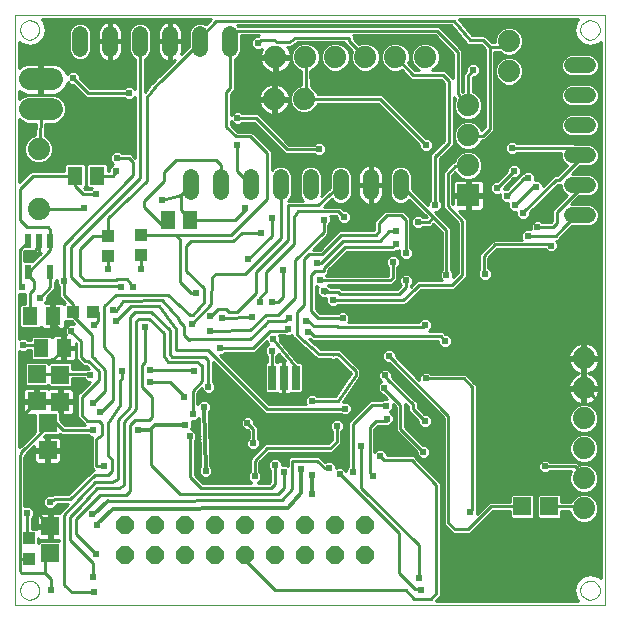
<source format=gbl>
G75*
G70*
%OFA0B0*%
%FSLAX24Y24*%
%IPPOS*%
%LPD*%
%AMOC8*
5,1,8,0,0,1.08239X$1,22.5*
%
%ADD10C,0.0000*%
%ADD11R,0.0600X0.0600*%
%ADD12R,0.0276X0.0787*%
%ADD13C,0.0520*%
%ADD14R,0.0512X0.0630*%
%ADD15C,0.0740*%
%ADD16R,0.0740X0.0740*%
%ADD17R,0.0394X0.0433*%
%ADD18OC8,0.0600*%
%ADD19R,0.0433X0.0394*%
%ADD20R,0.0217X0.0472*%
%ADD21R,0.0512X0.0591*%
%ADD22C,0.0740*%
%ADD23C,0.0098*%
%ADD24C,0.0242*%
%ADD25C,0.0118*%
D10*
X000534Y000171D02*
X000534Y019856D01*
X020219Y019856D01*
X020211Y000171D01*
X000534Y000171D01*
X000709Y000671D02*
X000746Y000822D01*
X000849Y000938D01*
X000995Y000994D01*
X001149Y000975D01*
X001277Y000887D01*
X001350Y000749D01*
X001350Y000593D01*
X001277Y000455D01*
X001149Y000367D01*
X000995Y000348D01*
X000849Y000404D01*
X000746Y000520D01*
X000709Y000671D01*
X000709Y019349D02*
X000746Y019500D01*
X000849Y019616D01*
X000995Y019672D01*
X001149Y019653D01*
X001277Y019565D01*
X001350Y019427D01*
X001350Y019271D01*
X001277Y019133D01*
X001149Y019045D01*
X000995Y019026D01*
X000849Y019082D01*
X000746Y019198D01*
X000709Y019349D01*
X019386Y019349D02*
X019423Y019500D01*
X019526Y019616D01*
X019672Y019672D01*
X019826Y019653D01*
X019954Y019565D01*
X020027Y019427D01*
X020027Y019271D01*
X019954Y019133D01*
X019826Y019045D01*
X019672Y019026D01*
X019526Y019082D01*
X019423Y019198D01*
X019386Y019349D01*
X019386Y000671D02*
X019423Y000822D01*
X019526Y000938D01*
X019672Y000994D01*
X019826Y000975D01*
X019954Y000887D01*
X020027Y000749D01*
X020027Y000593D01*
X019954Y000455D01*
X019826Y000367D01*
X019672Y000348D01*
X019526Y000404D01*
X019423Y000520D01*
X019386Y000671D01*
D11*
X018349Y003467D03*
X017449Y003467D03*
X002047Y006952D03*
X001270Y006972D03*
X001626Y006238D03*
X001626Y005338D03*
X002047Y007852D03*
X001270Y007872D03*
X001710Y002810D03*
X001710Y001910D03*
D12*
X009106Y007760D03*
X009500Y007760D03*
X009893Y007760D03*
D13*
X009398Y013930D02*
X009398Y014450D01*
X010398Y014450D02*
X010398Y013930D01*
X011398Y013930D02*
X011398Y014450D01*
X012398Y014450D02*
X012398Y013930D01*
X013398Y013930D02*
X013398Y014450D01*
X008398Y014450D02*
X008398Y013930D01*
X007398Y013930D02*
X007398Y014450D01*
X006398Y014450D02*
X006398Y013930D01*
X006710Y018706D02*
X006710Y019226D01*
X005710Y019226D02*
X005710Y018706D01*
X004710Y018706D02*
X004710Y019226D01*
X003710Y019226D02*
X003710Y018706D01*
X002710Y018706D02*
X002710Y019226D01*
X007710Y019226D02*
X007710Y018706D01*
X019109Y018165D02*
X019629Y018165D01*
X019629Y017165D02*
X019109Y017165D01*
X019109Y016165D02*
X019629Y016165D01*
X019629Y015165D02*
X019109Y015165D01*
X019109Y014165D02*
X019629Y014165D01*
X019629Y013165D02*
X019109Y013165D01*
D14*
X006382Y013021D03*
X005634Y013021D03*
X003286Y014493D03*
X002538Y014493D03*
D15*
X001327Y015378D03*
X001327Y013378D03*
X009180Y017041D03*
X010180Y017041D03*
X010219Y018439D03*
X009219Y018439D03*
X011219Y018439D03*
X012219Y018439D03*
X013219Y018439D03*
X014219Y018439D03*
X015644Y016833D03*
X015644Y015833D03*
X015644Y014833D03*
X017011Y017974D03*
X017011Y018974D03*
X019503Y008400D03*
X019503Y007400D03*
X019503Y006400D03*
X019503Y005400D03*
X019503Y004400D03*
X019503Y003400D03*
D16*
X015644Y013833D03*
D17*
X004743Y012514D03*
X004743Y011845D03*
X003644Y011825D03*
X003644Y012494D03*
X000999Y002396D03*
X000999Y001726D03*
D18*
X004200Y001860D03*
X005200Y001860D03*
X006200Y001860D03*
X007200Y001860D03*
X008200Y001860D03*
X009200Y001860D03*
X010200Y001860D03*
X011200Y001860D03*
X012200Y001860D03*
X012200Y002860D03*
X011200Y002860D03*
X010200Y002860D03*
X009200Y002860D03*
X008200Y002860D03*
X007200Y002860D03*
X006200Y002860D03*
X005200Y002860D03*
X004200Y002860D03*
D19*
X003152Y009943D03*
X002483Y009943D03*
D20*
X001723Y011285D03*
X000975Y011285D03*
X000975Y012309D03*
X001349Y012309D03*
X001723Y012309D03*
D21*
X001798Y009809D03*
X001050Y009809D03*
X001424Y008746D03*
X002172Y008746D03*
D22*
X001774Y016703D02*
X001034Y016703D01*
X001034Y017703D02*
X001774Y017703D01*
D23*
X001453Y017752D02*
X001355Y017752D01*
X001355Y018222D01*
X000931Y018222D01*
X000740Y018143D01*
X000683Y018086D01*
X000683Y018949D01*
X000760Y018873D01*
X001034Y018799D01*
X001034Y018799D01*
X001309Y018873D01*
X001510Y019074D01*
X001583Y019348D01*
X001510Y019623D01*
X001426Y019707D01*
X007076Y019707D01*
X006922Y019536D01*
X006919Y019539D01*
X006783Y019595D01*
X006636Y019595D01*
X006501Y019539D01*
X006397Y019435D01*
X006341Y019299D01*
X006341Y018800D01*
X006087Y018546D01*
X006119Y018624D01*
X006119Y018935D01*
X005741Y018935D01*
X005741Y018997D01*
X005679Y018997D01*
X005679Y019635D01*
X005629Y019635D01*
X005478Y019573D01*
X005363Y019458D01*
X005301Y019307D01*
X005301Y018997D01*
X005679Y018997D01*
X005679Y018935D01*
X005301Y018935D01*
X005301Y018624D01*
X005363Y018474D01*
X005478Y018359D01*
X005629Y018297D01*
X005679Y018297D01*
X005679Y018935D01*
X005741Y018935D01*
X005741Y018297D01*
X005791Y018297D01*
X005869Y018329D01*
X005542Y018002D01*
X005334Y017810D01*
X005331Y017810D01*
X005287Y017766D01*
X005241Y017724D01*
X005241Y017720D01*
X005114Y017594D01*
X005021Y017501D01*
X005021Y017467D01*
X004866Y017276D01*
X004866Y018371D01*
X004919Y018393D01*
X005023Y018497D01*
X005079Y018632D01*
X005079Y019299D01*
X005023Y019435D01*
X004919Y019539D01*
X004783Y019595D01*
X004636Y019595D01*
X004501Y019539D01*
X004397Y019435D01*
X004341Y019299D01*
X004341Y018632D01*
X004397Y018497D01*
X004501Y018393D01*
X004549Y018373D01*
X004549Y017368D01*
X004448Y017468D01*
X004258Y017468D01*
X004186Y017397D01*
X003041Y017397D01*
X002694Y017744D01*
X002694Y017845D01*
X002559Y017980D01*
X002368Y017980D01*
X002264Y017877D01*
X002214Y017997D01*
X002068Y018143D01*
X001878Y018222D01*
X001453Y018222D01*
X001453Y017752D01*
X001453Y017820D02*
X001355Y017820D01*
X001355Y017917D02*
X001453Y017917D01*
X001453Y018014D02*
X001355Y018014D01*
X001355Y018111D02*
X001453Y018111D01*
X001453Y018207D02*
X001355Y018207D01*
X000896Y018207D02*
X000683Y018207D01*
X000683Y018111D02*
X000708Y018111D01*
X000683Y018304D02*
X003610Y018304D01*
X003629Y018297D02*
X003679Y018297D01*
X003679Y018935D01*
X003301Y018935D01*
X003301Y018624D01*
X003363Y018474D01*
X003478Y018359D01*
X003629Y018297D01*
X003679Y018304D02*
X003741Y018304D01*
X003741Y018297D02*
X003791Y018297D01*
X003942Y018359D01*
X004057Y018474D01*
X004119Y018624D01*
X004119Y018935D01*
X003741Y018935D01*
X003741Y018997D01*
X003679Y018997D01*
X003679Y019635D01*
X003629Y019635D01*
X003478Y019573D01*
X003363Y019458D01*
X003301Y019307D01*
X003301Y018997D01*
X003679Y018997D01*
X003679Y018935D01*
X003741Y018935D01*
X003741Y018297D01*
X003810Y018304D02*
X004549Y018304D01*
X004549Y018207D02*
X001913Y018207D01*
X002101Y018111D02*
X004549Y018111D01*
X004549Y018014D02*
X002198Y018014D01*
X002248Y017917D02*
X002304Y017917D01*
X002463Y017750D02*
X002975Y017238D01*
X004353Y017238D01*
X004186Y017080D02*
X004258Y017008D01*
X004448Y017008D01*
X004549Y017109D01*
X004549Y015095D01*
X004442Y015189D01*
X004399Y015231D01*
X004393Y015231D01*
X004388Y015235D01*
X004328Y015231D01*
X004107Y015231D01*
X004035Y015303D01*
X003844Y015303D01*
X003709Y015168D01*
X003709Y014978D01*
X003821Y014866D01*
X003690Y014735D01*
X003690Y014652D01*
X003651Y014652D01*
X003651Y014854D01*
X003587Y014917D01*
X002985Y014917D01*
X002921Y014854D01*
X002921Y014133D01*
X002985Y014069D01*
X003102Y014069D01*
X003084Y014050D01*
X002864Y014050D01*
X002842Y014072D01*
X002903Y014133D01*
X002903Y014854D01*
X002839Y014917D01*
X002237Y014917D01*
X002173Y014854D01*
X002173Y014652D01*
X001201Y014652D01*
X001070Y014652D01*
X000683Y014265D01*
X000683Y016376D01*
X000763Y016297D01*
X000939Y016224D01*
X001231Y016224D01*
X001219Y015852D01*
X001055Y015784D01*
X000920Y015649D01*
X000847Y015473D01*
X000847Y015282D01*
X000920Y015106D01*
X001055Y014972D01*
X001231Y014899D01*
X001422Y014899D01*
X001598Y014972D01*
X001733Y015106D01*
X001806Y015282D01*
X001806Y015473D01*
X001733Y015649D01*
X001598Y015784D01*
X001535Y015810D01*
X001548Y016224D01*
X001870Y016224D01*
X002046Y016297D01*
X002180Y016431D01*
X002253Y016607D01*
X002253Y016798D01*
X002180Y016974D01*
X002046Y017109D01*
X001870Y017182D01*
X000939Y017182D01*
X000763Y017109D01*
X000683Y017030D01*
X000683Y017319D01*
X000740Y017263D01*
X000931Y017184D01*
X001355Y017184D01*
X001355Y017653D01*
X001453Y017653D01*
X001453Y017184D01*
X001878Y017184D01*
X002068Y017263D01*
X002214Y017409D01*
X002292Y017596D01*
X002368Y017520D01*
X002469Y017520D01*
X002909Y017080D01*
X003041Y017080D01*
X004186Y017080D01*
X004222Y017044D02*
X002111Y017044D01*
X002192Y016947D02*
X004549Y016947D01*
X004549Y017044D02*
X004484Y017044D01*
X004549Y016850D02*
X002232Y016850D01*
X002253Y016753D02*
X004549Y016753D01*
X004549Y016656D02*
X002253Y016656D01*
X002233Y016559D02*
X004549Y016559D01*
X004549Y016462D02*
X002193Y016462D01*
X002114Y016365D02*
X004549Y016365D01*
X004549Y016268D02*
X001977Y016268D01*
X001546Y016171D02*
X004549Y016171D01*
X004549Y016074D02*
X001543Y016074D01*
X001540Y015977D02*
X004549Y015977D01*
X004549Y015880D02*
X001537Y015880D01*
X001599Y015783D02*
X004549Y015783D01*
X004549Y015686D02*
X001696Y015686D01*
X001758Y015589D02*
X004549Y015589D01*
X004549Y015492D02*
X001798Y015492D01*
X001806Y015395D02*
X004549Y015395D01*
X004549Y015298D02*
X004040Y015298D01*
X003840Y015298D02*
X001806Y015298D01*
X001772Y015201D02*
X003743Y015201D01*
X003709Y015104D02*
X001731Y015104D01*
X001634Y015008D02*
X003709Y015008D01*
X003776Y014911D02*
X003594Y014911D01*
X003651Y014814D02*
X003768Y014814D01*
X003690Y014717D02*
X003651Y014717D01*
X003793Y014493D02*
X003286Y014493D01*
X002921Y014523D02*
X002903Y014523D01*
X002903Y014620D02*
X002921Y014620D01*
X002921Y014717D02*
X002903Y014717D01*
X002903Y014814D02*
X002921Y014814D01*
X002978Y014911D02*
X002846Y014911D01*
X002538Y014493D02*
X002538Y014152D01*
X002798Y013892D01*
X003251Y013892D01*
X002921Y014135D02*
X002903Y014135D01*
X002903Y014232D02*
X002921Y014232D01*
X002921Y014329D02*
X002903Y014329D01*
X002903Y014426D02*
X002921Y014426D01*
X002538Y014493D02*
X001136Y014493D01*
X000692Y014049D01*
X000692Y013026D01*
X000948Y012770D01*
X001637Y012770D01*
X001715Y012691D01*
X001715Y012278D01*
X001735Y012297D01*
X001723Y012309D01*
X001723Y012309D01*
X001723Y012270D01*
X001715Y012278D01*
X001715Y012002D01*
X000999Y011285D01*
X000975Y011285D01*
X001030Y011230D01*
X001030Y011112D01*
X001164Y010978D01*
X001164Y010703D01*
X001046Y010585D01*
X001046Y009817D01*
X001054Y009809D01*
X001050Y009809D01*
X001058Y009809D01*
X001184Y009935D01*
X001054Y009809D02*
X001066Y009797D01*
X001054Y009809D02*
X001030Y009833D01*
X000685Y009868D02*
X000683Y009868D01*
X000683Y009771D02*
X000685Y009771D01*
X000683Y009674D02*
X000685Y009674D01*
X000683Y009577D02*
X000685Y009577D01*
X000683Y009480D02*
X000685Y009480D01*
X000685Y009469D02*
X000749Y009405D01*
X001351Y009405D01*
X001396Y009449D01*
X001480Y009365D01*
X001749Y009365D01*
X001749Y009760D01*
X001847Y009760D01*
X001847Y009365D01*
X002116Y009365D01*
X002203Y009452D01*
X002203Y009655D01*
X002221Y009637D01*
X002437Y009637D01*
X002516Y009555D01*
X002329Y009555D01*
X002194Y009420D01*
X002194Y009229D01*
X002233Y009191D01*
X002221Y009191D01*
X002221Y008795D01*
X002577Y008795D01*
X002577Y008908D01*
X002580Y008905D01*
X002580Y008373D01*
X002673Y008281D01*
X002811Y008143D01*
X002915Y008143D01*
X003008Y008059D01*
X002958Y008059D01*
X002946Y008046D01*
X002456Y008046D01*
X002456Y008198D01*
X002392Y008262D01*
X001701Y008262D01*
X001668Y008228D01*
X001615Y008281D01*
X000924Y008281D01*
X000860Y008217D01*
X000860Y007526D01*
X000924Y007462D01*
X001615Y007462D01*
X001649Y007496D01*
X001701Y007443D01*
X002392Y007443D01*
X002456Y007507D01*
X002456Y007729D01*
X002828Y007729D01*
X002958Y007599D01*
X003039Y007599D01*
X002696Y007279D01*
X002693Y007279D01*
X002649Y007234D01*
X002603Y007191D01*
X002602Y007188D01*
X002600Y007186D01*
X002600Y007123D01*
X002598Y007060D01*
X002600Y007058D01*
X002600Y006444D01*
X002693Y006351D01*
X002797Y006247D01*
X002868Y006176D01*
X002194Y006176D01*
X002035Y006336D01*
X002035Y006583D01*
X001998Y006620D01*
X001998Y006903D01*
X002096Y006903D01*
X002096Y006503D01*
X002409Y006503D01*
X002496Y006591D01*
X002496Y006903D01*
X002096Y006903D01*
X002096Y007002D01*
X001998Y007002D01*
X001998Y007402D01*
X001685Y007402D01*
X001668Y007384D01*
X001631Y007421D01*
X001319Y007421D01*
X001319Y007021D01*
X001598Y007021D01*
X001598Y007002D01*
X001997Y007002D01*
X001997Y006903D01*
X001719Y006903D01*
X001719Y006922D01*
X001319Y006922D01*
X001319Y007021D01*
X001220Y007021D01*
X001220Y006922D01*
X000820Y006922D01*
X000820Y006610D01*
X000908Y006522D01*
X001216Y006522D01*
X001216Y005959D01*
X000744Y005487D01*
X000724Y005487D01*
X000705Y005467D01*
X000683Y005460D01*
X000683Y008653D01*
X000714Y008622D01*
X000905Y008622D01*
X000977Y008694D01*
X001059Y008694D01*
X001059Y008406D01*
X001123Y008342D01*
X001725Y008342D01*
X001770Y008386D01*
X001854Y008302D01*
X002123Y008302D01*
X002123Y008697D01*
X002221Y008697D01*
X002221Y008302D01*
X002490Y008302D01*
X002577Y008389D01*
X002577Y008697D01*
X002221Y008697D01*
X002221Y008795D01*
X002123Y008795D01*
X002123Y009191D01*
X001854Y009191D01*
X001770Y009106D01*
X001725Y009151D01*
X001123Y009151D01*
X001059Y009087D01*
X001059Y009011D01*
X000977Y009011D01*
X000905Y009083D01*
X000714Y009083D01*
X000683Y009052D01*
X000683Y010532D01*
X000866Y010532D01*
X000888Y010554D01*
X000888Y010214D01*
X000749Y010214D01*
X000685Y010150D01*
X000685Y009469D01*
X000683Y009383D02*
X001462Y009383D01*
X001749Y009383D02*
X001847Y009383D01*
X001847Y009480D02*
X001749Y009480D01*
X001749Y009577D02*
X001847Y009577D01*
X001778Y009616D02*
X002148Y009246D01*
X002148Y008793D01*
X002188Y008754D01*
X002180Y008746D01*
X002180Y008726D01*
X001755Y008301D01*
X000810Y008301D01*
X000711Y008203D01*
X000711Y006175D01*
X000908Y005978D01*
X000889Y005978D01*
X000889Y006569D01*
X001282Y006963D01*
X001273Y006972D01*
X001270Y006972D01*
X002059Y006972D01*
X002106Y007019D01*
X002047Y006952D01*
X002096Y006959D02*
X002600Y006959D01*
X002600Y006862D02*
X002496Y006862D01*
X002496Y006765D02*
X002600Y006765D01*
X002600Y006668D02*
X002496Y006668D01*
X002477Y006571D02*
X002600Y006571D01*
X002600Y006474D02*
X002035Y006474D01*
X002035Y006377D02*
X002667Y006377D01*
X002693Y006351D02*
X002693Y006351D01*
X002764Y006280D02*
X002090Y006280D01*
X002187Y006183D02*
X002861Y006183D01*
X002797Y006247D02*
X002797Y006247D01*
X002955Y006313D02*
X002759Y006510D01*
X002759Y007120D01*
X003349Y007671D01*
X003349Y007967D01*
X002975Y008301D01*
X002877Y008301D01*
X002739Y008439D01*
X002739Y008971D01*
X002424Y009286D01*
X002424Y009325D01*
X002254Y009480D02*
X002203Y009480D01*
X002194Y009383D02*
X002134Y009383D01*
X002194Y009286D02*
X000683Y009286D01*
X000683Y009189D02*
X001853Y009189D01*
X002123Y009189D02*
X002221Y009189D01*
X002221Y009092D02*
X002123Y009092D01*
X002123Y008995D02*
X002221Y008995D01*
X002221Y008899D02*
X002123Y008899D01*
X002123Y008802D02*
X002221Y008802D01*
X002180Y008746D02*
X002172Y008746D01*
X002221Y008705D02*
X002580Y008705D01*
X002577Y008802D02*
X002580Y008802D01*
X002577Y008899D02*
X002580Y008899D01*
X002577Y008608D02*
X002580Y008608D01*
X002577Y008511D02*
X002580Y008511D01*
X002577Y008414D02*
X002580Y008414D01*
X002637Y008317D02*
X002505Y008317D01*
X002434Y008220D02*
X002734Y008220D01*
X002937Y008123D02*
X002456Y008123D01*
X002221Y008317D02*
X002123Y008317D01*
X002123Y008414D02*
X002221Y008414D01*
X002221Y008511D02*
X002123Y008511D01*
X002123Y008608D02*
X002221Y008608D01*
X001839Y008317D02*
X000683Y008317D01*
X000683Y008414D02*
X001059Y008414D01*
X001059Y008511D02*
X000683Y008511D01*
X000683Y008608D02*
X001059Y008608D01*
X000810Y008852D02*
X001322Y008852D01*
X001424Y008750D01*
X001424Y008746D01*
X001065Y009092D02*
X000683Y009092D01*
X000683Y008220D02*
X000863Y008220D01*
X000860Y008123D02*
X000683Y008123D01*
X000683Y008026D02*
X000860Y008026D01*
X000860Y007929D02*
X000683Y007929D01*
X000683Y007832D02*
X000860Y007832D01*
X000860Y007735D02*
X000683Y007735D01*
X000683Y007638D02*
X000860Y007638D01*
X000860Y007541D02*
X000683Y007541D01*
X000683Y007444D02*
X001701Y007444D01*
X001998Y007347D02*
X002096Y007347D01*
X002096Y007402D02*
X002096Y007002D01*
X002496Y007002D01*
X002496Y007314D01*
X002409Y007402D01*
X002096Y007402D01*
X002096Y007250D02*
X001998Y007250D01*
X001998Y007153D02*
X002096Y007153D01*
X002096Y007056D02*
X001998Y007056D01*
X001997Y006959D02*
X001319Y006959D01*
X001319Y007056D02*
X001220Y007056D01*
X001220Y007021D02*
X001220Y007421D01*
X000908Y007421D01*
X000820Y007333D01*
X000820Y007021D01*
X001220Y007021D01*
X001220Y006959D02*
X000683Y006959D01*
X000683Y006862D02*
X000820Y006862D01*
X000820Y006765D02*
X000683Y006765D01*
X000683Y006668D02*
X000820Y006668D01*
X000859Y006571D02*
X000683Y006571D01*
X000683Y006474D02*
X001216Y006474D01*
X001216Y006377D02*
X000683Y006377D01*
X000683Y006280D02*
X001216Y006280D01*
X001216Y006183D02*
X000683Y006183D01*
X000683Y006086D02*
X001216Y006086D01*
X001216Y005989D02*
X000683Y005989D01*
X000683Y005892D02*
X001149Y005892D01*
X001052Y005796D02*
X000683Y005796D01*
X000683Y005699D02*
X000956Y005699D01*
X000859Y005602D02*
X000683Y005602D01*
X000683Y005505D02*
X000762Y005505D01*
X000790Y005329D02*
X000790Y005309D01*
X001626Y006145D01*
X001626Y006238D01*
X001626Y006226D01*
X001637Y006215D01*
X001755Y006333D01*
X001814Y006333D01*
X002129Y006018D01*
X003133Y006018D01*
X003152Y005998D01*
X003102Y005788D02*
X003037Y005788D01*
X002965Y005859D01*
X002063Y005859D01*
X002032Y005890D01*
X001971Y005829D01*
X001534Y005829D01*
X001492Y005787D01*
X001576Y005787D01*
X001576Y005387D01*
X001576Y005289D01*
X001176Y005289D01*
X001176Y004976D01*
X001264Y004889D01*
X001576Y004889D01*
X001576Y005289D01*
X001675Y005289D01*
X001675Y005387D01*
X002075Y005387D01*
X002075Y005700D01*
X001987Y005787D01*
X001675Y005787D01*
X001675Y005387D01*
X001576Y005387D01*
X001176Y005387D01*
X001176Y005472D01*
X000948Y005244D01*
X000948Y005244D01*
X000901Y005196D01*
X000850Y005095D01*
X000850Y003470D01*
X000852Y003472D01*
X001043Y003472D01*
X001178Y003338D01*
X001178Y003147D01*
X001106Y003075D01*
X001106Y002721D01*
X001241Y002721D01*
X001261Y002701D01*
X001261Y002761D01*
X001661Y002761D01*
X001661Y002859D01*
X001661Y003259D01*
X001348Y003259D01*
X001261Y003172D01*
X001261Y002859D01*
X001661Y002859D01*
X001759Y002859D01*
X001759Y003259D01*
X002040Y003259D01*
X002054Y003273D01*
X002317Y003556D01*
X001926Y003556D01*
X001926Y003521D01*
X001791Y003386D01*
X001600Y003386D01*
X001465Y003521D01*
X001465Y003712D01*
X001600Y003846D01*
X001781Y003846D01*
X001807Y003873D01*
X001832Y003873D01*
X001853Y003885D01*
X001895Y003873D01*
X002319Y003873D01*
X003033Y004587D01*
X003126Y004680D01*
X003164Y004680D01*
X003092Y004751D01*
X003092Y005648D01*
X003085Y005657D01*
X003092Y005713D01*
X003092Y005768D01*
X003100Y005776D01*
X003102Y005788D01*
X003029Y005796D02*
X001500Y005796D01*
X001576Y005699D02*
X001675Y005699D01*
X001675Y005602D02*
X001576Y005602D01*
X001576Y005505D02*
X001675Y005505D01*
X001675Y005408D02*
X001576Y005408D01*
X001626Y005338D02*
X001626Y004592D01*
X001774Y004443D01*
X001951Y004266D01*
X001951Y004010D01*
X001790Y003856D02*
X000850Y003856D01*
X000850Y003759D02*
X001513Y003759D01*
X001465Y003662D02*
X000850Y003662D01*
X000850Y003565D02*
X001465Y003565D01*
X001518Y003468D02*
X001047Y003468D01*
X001144Y003371D02*
X002145Y003371D01*
X002055Y003274D02*
X001178Y003274D01*
X001178Y003177D02*
X001266Y003177D01*
X001261Y003080D02*
X001111Y003080D01*
X001106Y002983D02*
X001261Y002983D01*
X001261Y002886D02*
X001106Y002886D01*
X001106Y002789D02*
X001661Y002789D01*
X001661Y002761D02*
X001759Y002761D01*
X001759Y002361D01*
X002016Y002361D01*
X002017Y002319D01*
X001365Y002319D01*
X001305Y002259D01*
X001305Y002404D01*
X001348Y002361D01*
X001661Y002361D01*
X001661Y002761D01*
X001661Y002693D02*
X001759Y002693D01*
X001759Y002596D02*
X001661Y002596D01*
X001661Y002499D02*
X001759Y002499D01*
X001759Y002402D02*
X001661Y002402D01*
X001350Y002305D02*
X001305Y002305D01*
X001305Y002402D02*
X001307Y002402D01*
X001007Y002396D02*
X000948Y002455D01*
X000948Y003242D01*
X001381Y003144D02*
X001714Y002810D01*
X001710Y002810D01*
X001714Y002810D02*
X001715Y002809D01*
X001759Y002886D02*
X001661Y002886D01*
X001661Y002983D02*
X001759Y002983D01*
X001759Y003080D02*
X001661Y003080D01*
X001661Y003177D02*
X001759Y003177D01*
X001873Y003468D02*
X002235Y003468D01*
X002385Y003715D02*
X001873Y003715D01*
X001696Y003616D01*
X001381Y004049D02*
X001381Y003144D01*
X001007Y002455D02*
X000869Y002494D01*
X001007Y002455D02*
X000999Y002396D01*
X001007Y002396D01*
X000999Y001726D02*
X000692Y001707D01*
X000692Y005132D01*
X000790Y005329D01*
X000919Y005214D02*
X001176Y005214D01*
X001176Y005117D02*
X000861Y005117D01*
X000850Y005020D02*
X001176Y005020D01*
X001230Y004923D02*
X000850Y004923D01*
X000850Y004826D02*
X003092Y004826D01*
X003092Y004923D02*
X002021Y004923D01*
X001987Y004889D02*
X001675Y004889D01*
X001675Y005289D01*
X002075Y005289D01*
X002075Y004976D01*
X001987Y004889D01*
X002075Y005020D02*
X003092Y005020D01*
X003092Y005117D02*
X002075Y005117D01*
X002075Y005214D02*
X003092Y005214D01*
X003092Y005311D02*
X001675Y005311D01*
X001675Y005214D02*
X001576Y005214D01*
X001576Y005311D02*
X001016Y005311D01*
X001113Y005408D02*
X001176Y005408D01*
X001576Y005117D02*
X001675Y005117D01*
X001675Y005020D02*
X001576Y005020D01*
X001576Y004923D02*
X001675Y004923D01*
X002075Y005408D02*
X003092Y005408D01*
X003092Y005505D02*
X002075Y005505D01*
X002075Y005602D02*
X003092Y005602D01*
X003091Y005699D02*
X002075Y005699D01*
X002955Y006313D02*
X003329Y006313D01*
X003428Y006215D01*
X003428Y005841D01*
X003251Y005703D01*
X003251Y004817D01*
X003507Y004817D01*
X003763Y004640D02*
X003644Y004522D01*
X003192Y004522D01*
X002385Y003715D01*
X002399Y003953D02*
X000850Y003953D01*
X000850Y004050D02*
X002496Y004050D01*
X002593Y004147D02*
X000850Y004147D01*
X000850Y004244D02*
X002690Y004244D01*
X002787Y004341D02*
X000850Y004341D01*
X000850Y004438D02*
X002884Y004438D01*
X002981Y004535D02*
X000850Y004535D01*
X000850Y004632D02*
X003078Y004632D01*
X003115Y004729D02*
X000850Y004729D01*
X001381Y004049D02*
X001774Y004443D01*
X001783Y004452D01*
X002680Y003419D02*
X002365Y003104D01*
X002365Y002356D01*
X003133Y001589D01*
X003133Y001097D01*
X003172Y000604D02*
X002444Y000604D01*
X002188Y000860D01*
X002168Y003163D01*
X003211Y004286D01*
X003782Y004286D01*
X003979Y004364D01*
X003979Y005919D01*
X003979Y006352D01*
X004373Y006766D01*
X004373Y009778D01*
X004530Y009935D01*
X005081Y009935D01*
X005692Y009345D01*
X005692Y008557D01*
X005770Y008459D01*
X006873Y008459D01*
X006991Y008341D01*
X006971Y008341D01*
X006991Y008321D01*
X006991Y007455D01*
X007149Y007622D02*
X007149Y008255D01*
X007149Y008273D01*
X008874Y006548D01*
X009005Y006548D01*
X011410Y006548D01*
X011462Y006496D01*
X011653Y006496D01*
X011788Y006631D01*
X011788Y006822D01*
X011653Y006957D01*
X011476Y006957D01*
X012015Y007747D01*
X012051Y007783D01*
X012051Y007800D01*
X012060Y007813D01*
X012051Y007863D01*
X012051Y007901D01*
X012051Y008032D01*
X011952Y008131D01*
X011387Y008696D01*
X011256Y008696D01*
X011079Y008696D01*
X011059Y008696D01*
X010732Y008696D01*
X010351Y009036D01*
X010383Y009036D01*
X010429Y008989D01*
X014654Y008989D01*
X014654Y008895D01*
X014789Y008760D01*
X014980Y008760D01*
X015115Y008895D01*
X015115Y009086D01*
X014980Y009220D01*
X014878Y009220D01*
X014793Y009306D01*
X014661Y009306D01*
X014325Y009306D01*
X014445Y009426D01*
X014445Y009617D01*
X014311Y009752D01*
X014120Y009752D01*
X013985Y009617D01*
X013985Y009601D01*
X011648Y009601D01*
X011690Y009643D01*
X011690Y009834D01*
X011555Y009968D01*
X011364Y009968D01*
X011292Y009897D01*
X010718Y009897D01*
X010574Y010040D01*
X010574Y010809D01*
X010616Y010768D01*
X010628Y010768D01*
X010599Y010739D01*
X010599Y010548D01*
X010734Y010414D01*
X010914Y010414D01*
X010914Y010233D01*
X011049Y010099D01*
X011240Y010099D01*
X011312Y010170D01*
X013421Y010170D01*
X013553Y010170D01*
X013926Y010544D01*
X013927Y010544D01*
X014064Y010682D01*
X015055Y010682D01*
X015186Y010682D01*
X015614Y011110D01*
X015614Y011241D01*
X015614Y013052D01*
X015521Y013145D01*
X015352Y013314D01*
X015595Y013314D01*
X015595Y013783D01*
X015694Y013783D01*
X015694Y013784D02*
X015694Y013882D01*
X016164Y013882D01*
X016164Y014265D01*
X016076Y014352D01*
X015694Y014352D01*
X015694Y013882D01*
X015595Y013882D01*
X015595Y013784D01*
X015125Y013784D01*
X015125Y013540D01*
X015122Y013544D01*
X015122Y014495D01*
X015223Y014597D01*
X015238Y014561D01*
X015373Y014426D01*
X015549Y014354D01*
X015740Y014354D01*
X015916Y014426D01*
X016051Y014561D01*
X016124Y014737D01*
X016124Y014928D01*
X016051Y015104D01*
X015916Y015239D01*
X015740Y015312D01*
X015549Y015312D01*
X015373Y015239D01*
X015238Y015104D01*
X015177Y014956D01*
X015134Y014956D01*
X015041Y014863D01*
X014898Y014719D01*
X014805Y014627D01*
X014805Y013544D01*
X014805Y013413D01*
X015297Y012921D01*
X015297Y011241D01*
X015154Y011098D01*
X015154Y011271D01*
X015082Y011342D01*
X015082Y012606D01*
X015082Y012737D01*
X014649Y013170D01*
X014556Y013263D01*
X014551Y013268D01*
X014645Y013268D01*
X014780Y013403D01*
X014780Y013593D01*
X014708Y013665D01*
X014708Y015066D01*
X015068Y015426D01*
X015161Y015519D01*
X015161Y017112D01*
X015218Y017055D01*
X015165Y016928D01*
X015165Y016737D01*
X015238Y016561D01*
X015373Y016426D01*
X015549Y016354D01*
X015740Y016354D01*
X015916Y016426D01*
X016051Y016561D01*
X016124Y016737D01*
X016124Y016928D01*
X016051Y017104D01*
X015916Y017239D01*
X015803Y017286D01*
X015803Y017760D01*
X015816Y017776D01*
X015905Y017776D01*
X016040Y017911D01*
X016040Y018101D01*
X015905Y018236D01*
X015714Y018236D01*
X015580Y018101D01*
X015580Y017986D01*
X015529Y017930D01*
X015486Y017887D01*
X015486Y017881D01*
X015483Y017878D01*
X015486Y017817D01*
X015486Y017286D01*
X015456Y017274D01*
X015456Y018594D01*
X015458Y018658D01*
X015456Y018660D01*
X015456Y018662D01*
X015412Y018707D01*
X014767Y019388D01*
X014767Y019390D01*
X014722Y019435D01*
X014679Y019481D01*
X014676Y019481D01*
X014675Y019483D01*
X014611Y019483D01*
X014548Y019485D01*
X014546Y019483D01*
X007978Y019483D01*
X007969Y019488D01*
X007957Y019501D01*
X015085Y019501D01*
X015533Y018953D01*
X015533Y018944D01*
X015574Y018903D01*
X015611Y018859D01*
X015620Y018858D01*
X015626Y018851D01*
X015684Y018851D01*
X015741Y018846D01*
X015748Y018851D01*
X016059Y018851D01*
X016203Y018708D01*
X016203Y016123D01*
X016090Y016010D01*
X016051Y016104D01*
X015916Y016239D01*
X015740Y016312D01*
X015549Y016312D01*
X015373Y016239D01*
X015238Y016104D01*
X015165Y015928D01*
X015165Y015737D01*
X015238Y015561D01*
X015373Y015426D01*
X015549Y015354D01*
X015740Y015354D01*
X015916Y015426D01*
X016051Y015561D01*
X016093Y015663D01*
X016190Y015663D01*
X016283Y015755D01*
X016519Y015992D01*
X016519Y016123D01*
X016519Y018615D01*
X016692Y018615D01*
X016739Y018568D01*
X016915Y018495D01*
X017106Y018495D01*
X017282Y018568D01*
X017417Y018703D01*
X017490Y018879D01*
X017490Y019070D01*
X017417Y019246D01*
X017282Y019381D01*
X017106Y019454D01*
X016915Y019454D01*
X016739Y019381D01*
X016604Y019246D01*
X016531Y019070D01*
X016531Y018932D01*
X016426Y018932D01*
X016190Y019168D01*
X016059Y019168D01*
X015767Y019168D01*
X015326Y019707D01*
X019324Y019707D01*
X019240Y019623D01*
X019166Y019348D01*
X019240Y019074D01*
X019441Y018873D01*
X019715Y018799D01*
X019990Y018873D01*
X020070Y018953D01*
X020062Y001070D01*
X019986Y001147D01*
X019711Y001221D01*
X019437Y001147D01*
X019437Y001147D01*
X019236Y000946D01*
X019162Y000671D01*
X019236Y000397D01*
X019312Y000321D01*
X014569Y000321D01*
X014748Y000499D01*
X014748Y000631D01*
X014748Y004253D01*
X014655Y004345D01*
X013921Y005079D01*
X013828Y005172D01*
X012949Y005172D01*
X012949Y005247D01*
X012815Y005382D01*
X012624Y005382D01*
X012523Y005281D01*
X012523Y006051D01*
X012627Y006155D01*
X013001Y006155D01*
X013008Y006162D01*
X013031Y006162D01*
X013166Y006296D01*
X013166Y006487D01*
X013035Y006618D01*
X013146Y006729D01*
X013146Y006863D01*
X013230Y006779D01*
X013230Y006103D01*
X013230Y005972D01*
X013926Y005276D01*
X013926Y005194D01*
X014061Y005059D01*
X014252Y005059D01*
X014386Y005194D01*
X014386Y005385D01*
X014252Y005520D01*
X014130Y005520D01*
X013547Y006103D01*
X013547Y006895D01*
X013643Y006799D01*
X013643Y006772D01*
X013643Y006641D01*
X013965Y006319D01*
X013965Y006218D01*
X014100Y006083D01*
X014291Y006083D01*
X014426Y006218D01*
X014426Y006408D01*
X014291Y006543D01*
X014189Y006543D01*
X013960Y006772D01*
X013960Y006930D01*
X013867Y007023D01*
X013107Y007783D01*
X013107Y007924D01*
X012972Y008059D01*
X012781Y008059D01*
X012646Y007924D01*
X012646Y007733D01*
X012748Y007632D01*
X012627Y007511D01*
X012627Y007320D01*
X012762Y007185D01*
X012824Y007185D01*
X012954Y007055D01*
X012821Y007055D01*
X012769Y007003D01*
X012378Y007003D01*
X012285Y006910D01*
X011655Y006280D01*
X011655Y006149D01*
X011655Y004768D01*
X011583Y004696D01*
X011583Y004644D01*
X011456Y004772D01*
X011266Y004772D01*
X011237Y004743D01*
X011237Y004834D01*
X011102Y004968D01*
X010911Y004968D01*
X010887Y004944D01*
X010811Y005020D01*
X011655Y005020D01*
X011655Y005117D02*
X010695Y005117D01*
X010698Y005113D02*
X010659Y005153D01*
X009852Y005153D01*
X009721Y005153D01*
X009628Y005060D01*
X009628Y004809D01*
X009606Y004831D01*
X009426Y004831D01*
X009426Y004952D01*
X009291Y005087D01*
X009100Y005087D01*
X008965Y004952D01*
X008965Y004761D01*
X009037Y004689D01*
X009037Y004272D01*
X009012Y004247D01*
X008636Y004247D01*
X008756Y004367D01*
X008756Y004558D01*
X008685Y004630D01*
X008685Y004929D01*
X009005Y005249D01*
X010980Y005249D01*
X011112Y005249D01*
X011328Y005466D01*
X011421Y005558D01*
X011421Y005988D01*
X011493Y006060D01*
X011493Y006251D01*
X011358Y006386D01*
X011167Y006386D01*
X011032Y006251D01*
X011032Y006060D01*
X011104Y005988D01*
X011104Y005690D01*
X010980Y005566D01*
X008874Y005566D01*
X008781Y005473D01*
X008368Y005060D01*
X008368Y004929D01*
X008368Y004630D01*
X008296Y004558D01*
X008296Y004367D01*
X008416Y004247D01*
X007509Y004247D01*
X006801Y004247D01*
X006539Y004509D01*
X006539Y005673D01*
X006591Y005726D01*
X006591Y005916D01*
X006456Y006051D01*
X006405Y006051D01*
X006453Y006100D01*
X006453Y006290D01*
X006444Y006299D01*
X006555Y006299D01*
X006675Y006420D01*
X006720Y004793D01*
X006662Y004735D01*
X006662Y004544D01*
X006797Y004410D01*
X006988Y004410D01*
X007123Y004544D01*
X007123Y004735D01*
X007056Y004802D01*
X007006Y006632D01*
X007064Y006690D01*
X007064Y006881D01*
X006929Y007016D01*
X006738Y007016D01*
X006618Y006895D01*
X006618Y007237D01*
X006761Y007398D01*
X006761Y007359D01*
X006895Y007225D01*
X007086Y007225D01*
X007221Y007359D01*
X007221Y007550D01*
X007149Y007622D01*
X007149Y007638D02*
X007784Y007638D01*
X007688Y007735D02*
X007149Y007735D01*
X007149Y007832D02*
X007591Y007832D01*
X007494Y007929D02*
X007149Y007929D01*
X007149Y008026D02*
X007397Y008026D01*
X007300Y008123D02*
X007149Y008123D01*
X007149Y008220D02*
X007203Y008220D01*
X006971Y008341D02*
X006971Y008360D01*
X007030Y008616D02*
X006971Y008675D01*
X005908Y008675D01*
X005908Y009384D01*
X005357Y010132D01*
X004392Y010132D01*
X003900Y009640D01*
X003920Y009994D02*
X003802Y010014D01*
X003920Y009994D02*
X004137Y010309D01*
X005455Y010329D01*
X006007Y009719D01*
X006007Y009640D01*
X006164Y009482D01*
X006164Y009187D01*
X006341Y009010D01*
X006361Y009030D01*
X008369Y009049D01*
X008861Y009522D01*
X008979Y009640D01*
X009530Y009640D01*
X009648Y009758D01*
X009668Y009758D01*
X009944Y009955D02*
X010180Y010191D01*
X010180Y011707D01*
X010357Y011864D01*
X010770Y011864D01*
X011420Y012514D01*
X012562Y012514D01*
X012680Y012632D01*
X012680Y012908D01*
X012936Y013163D01*
X013408Y013163D01*
X013566Y013006D01*
X013566Y011963D01*
X013585Y011943D01*
X013566Y011923D01*
X013724Y012090D02*
X013724Y013072D01*
X013631Y013164D01*
X013474Y013322D01*
X013343Y013322D01*
X013001Y013322D01*
X012870Y013322D01*
X012614Y013066D01*
X012521Y012973D01*
X012521Y012698D01*
X012496Y012672D01*
X011486Y012672D01*
X011354Y012672D01*
X010705Y012023D01*
X010464Y012023D01*
X010988Y012547D01*
X010988Y012678D01*
X010988Y012858D01*
X011060Y012930D01*
X011060Y013121D01*
X011038Y013143D01*
X011256Y013143D01*
X011288Y013111D01*
X011288Y013009D01*
X011423Y012874D01*
X011614Y012874D01*
X012521Y012874D01*
X012521Y012777D02*
X010988Y012777D01*
X010988Y012680D02*
X012504Y012680D01*
X012521Y012971D02*
X011711Y012971D01*
X011749Y013009D02*
X011749Y013200D01*
X011614Y013335D01*
X011512Y013335D01*
X011387Y013460D01*
X011256Y013460D01*
X010840Y013460D01*
X011097Y013709D01*
X011188Y013617D01*
X011324Y013561D01*
X011471Y013561D01*
X011607Y013617D01*
X011711Y013721D01*
X011767Y013857D01*
X011767Y014524D01*
X011711Y014660D01*
X011607Y014763D01*
X011471Y014820D01*
X011324Y014820D01*
X011188Y014763D01*
X011085Y014660D01*
X011028Y014524D01*
X011028Y014085D01*
X010748Y013812D01*
X010767Y013857D01*
X010767Y014524D01*
X010711Y014660D01*
X010607Y014763D01*
X010471Y014820D01*
X010324Y014820D01*
X010188Y014763D01*
X010085Y014660D01*
X010028Y014524D01*
X010028Y013857D01*
X010085Y013721D01*
X010149Y013656D01*
X009694Y013656D01*
X009646Y013656D01*
X009711Y013721D01*
X009767Y013857D01*
X009767Y014524D01*
X009711Y014660D01*
X009607Y014763D01*
X009471Y014820D01*
X009324Y014820D01*
X009188Y014763D01*
X009098Y014673D01*
X009098Y015316D01*
X009005Y015408D01*
X008803Y015611D01*
X008454Y015960D01*
X008323Y015960D01*
X007962Y015960D01*
X007740Y016182D01*
X007740Y016302D01*
X007860Y016181D01*
X008051Y016181D01*
X008123Y016253D01*
X008500Y016253D01*
X009451Y015303D01*
X009451Y015303D01*
X009543Y015210D01*
X010505Y015210D01*
X010577Y015138D01*
X010767Y015138D01*
X010902Y015273D01*
X010902Y015464D01*
X010767Y015598D01*
X010577Y015598D01*
X010505Y015527D01*
X009675Y015527D01*
X008631Y016570D01*
X008500Y016570D01*
X008123Y016570D01*
X008051Y016642D01*
X007860Y016642D01*
X007740Y016521D01*
X007740Y017212D01*
X007878Y017350D01*
X007878Y017481D01*
X007878Y018376D01*
X007919Y018393D01*
X008023Y018497D01*
X008079Y018632D01*
X008079Y019166D01*
X008675Y019166D01*
X008651Y019142D01*
X008549Y019142D01*
X008414Y019007D01*
X008414Y018816D01*
X008549Y018681D01*
X008740Y018681D01*
X008770Y018712D01*
X008700Y018542D01*
X008700Y018488D01*
X009170Y018488D01*
X009170Y018390D01*
X008700Y018390D01*
X008700Y018336D01*
X008779Y018145D01*
X008925Y017999D01*
X009116Y017920D01*
X009170Y017920D01*
X009170Y018390D01*
X009268Y018390D01*
X009268Y017920D01*
X009322Y017920D01*
X009513Y017999D01*
X009659Y018145D01*
X009738Y018336D01*
X009738Y018390D01*
X009269Y018390D01*
X009269Y018488D01*
X009738Y018488D01*
X009738Y018542D01*
X009659Y018733D01*
X009600Y018792D01*
X009646Y018792D01*
X009688Y018781D01*
X009709Y018792D01*
X009734Y018792D01*
X009764Y018823D01*
X009886Y018891D01*
X009911Y018891D01*
X009941Y018922D01*
X009957Y018930D01*
X011517Y018930D01*
X011517Y018905D01*
X011783Y018639D01*
X011740Y018534D01*
X011740Y018344D01*
X011813Y018168D01*
X011948Y018033D01*
X012124Y017960D01*
X012315Y017960D01*
X012491Y018033D01*
X012625Y018168D01*
X012698Y018344D01*
X012698Y018534D01*
X012625Y018710D01*
X012491Y018845D01*
X012315Y018918D01*
X012124Y018918D01*
X012002Y018868D01*
X011834Y019036D01*
X011834Y019154D01*
X011822Y019166D01*
X014541Y019166D01*
X015140Y018534D01*
X015140Y017739D01*
X014871Y018007D01*
X014740Y018007D01*
X014428Y018007D01*
X014491Y018033D01*
X014625Y018168D01*
X014698Y018344D01*
X014698Y018534D01*
X014625Y018710D01*
X014491Y018845D01*
X014315Y018918D01*
X014124Y018918D01*
X013948Y018845D01*
X013813Y018710D01*
X013740Y018534D01*
X013740Y018344D01*
X013813Y018168D01*
X013948Y018033D01*
X014010Y018007D01*
X013887Y018007D01*
X013655Y018239D01*
X013698Y018344D01*
X013698Y018534D01*
X013625Y018710D01*
X013491Y018845D01*
X013315Y018918D01*
X013124Y018918D01*
X012948Y018845D01*
X012813Y018710D01*
X012740Y018534D01*
X012740Y018344D01*
X012813Y018168D01*
X012948Y018033D01*
X013124Y017960D01*
X013315Y017960D01*
X013436Y018010D01*
X013756Y017690D01*
X013887Y017690D01*
X014740Y017690D01*
X014844Y017586D01*
X014844Y015650D01*
X014524Y015330D01*
X014504Y015330D01*
X014391Y015217D01*
X014391Y015086D01*
X014391Y013665D01*
X014320Y013593D01*
X014320Y013500D01*
X013767Y014052D01*
X013767Y014524D01*
X013711Y014660D01*
X013607Y014763D01*
X013471Y014820D01*
X013324Y014820D01*
X013188Y014763D01*
X013085Y014660D01*
X013028Y014524D01*
X013028Y013857D01*
X013085Y013721D01*
X013188Y013617D01*
X013324Y013561D01*
X013471Y013561D01*
X013607Y013617D01*
X013680Y013691D01*
X014266Y013105D01*
X014146Y013105D01*
X014074Y013177D01*
X013884Y013177D01*
X013749Y013042D01*
X013749Y012852D01*
X013884Y012717D01*
X014074Y012717D01*
X014146Y012789D01*
X014268Y012789D01*
X014399Y012789D01*
X014491Y012880D01*
X014766Y012606D01*
X014766Y011342D01*
X014694Y011271D01*
X014694Y011080D01*
X014775Y010999D01*
X014064Y010999D01*
X013933Y010999D01*
X013726Y010791D01*
X013728Y010815D01*
X013816Y010903D01*
X013816Y011093D01*
X013681Y011228D01*
X013490Y011228D01*
X013355Y011093D01*
X013355Y010903D01*
X013409Y010849D01*
X013264Y010704D01*
X011427Y010704D01*
X011367Y010763D01*
X011064Y010763D01*
X010979Y010820D01*
X010959Y010840D01*
X012988Y010840D01*
X013119Y010840D01*
X013291Y011011D01*
X013291Y011142D01*
X013291Y011441D01*
X013363Y011513D01*
X013363Y011704D01*
X013228Y011839D01*
X013037Y011839D01*
X012902Y011704D01*
X012902Y011513D01*
X012974Y011441D01*
X012974Y011156D01*
X010897Y011156D01*
X010988Y011247D01*
X010988Y011343D01*
X011621Y011942D01*
X013047Y011942D01*
X013179Y011942D01*
X013225Y011988D01*
X013326Y011988D01*
X013335Y011997D01*
X013335Y011828D01*
X013470Y011693D01*
X013661Y011693D01*
X013796Y011828D01*
X013796Y012019D01*
X013724Y012090D01*
X013724Y012098D02*
X014766Y012098D01*
X014766Y012001D02*
X013796Y012001D01*
X013796Y011905D02*
X014766Y011905D01*
X014766Y011808D02*
X013776Y011808D01*
X013679Y011711D02*
X014766Y011711D01*
X014766Y011614D02*
X013363Y011614D01*
X013356Y011711D02*
X013453Y011711D01*
X013356Y011808D02*
X013259Y011808D01*
X013335Y011905D02*
X011581Y011905D01*
X011479Y011808D02*
X013006Y011808D01*
X012909Y011711D02*
X011376Y011711D01*
X011274Y011614D02*
X012902Y011614D01*
X012902Y011517D02*
X011171Y011517D01*
X011069Y011420D02*
X012974Y011420D01*
X012974Y011323D02*
X010988Y011323D01*
X010966Y011226D02*
X012974Y011226D01*
X013133Y011077D02*
X013054Y010998D01*
X010711Y010998D01*
X010601Y010741D02*
X010574Y010741D01*
X010574Y010644D02*
X010599Y010644D01*
X010601Y010547D02*
X010574Y010547D01*
X010574Y010450D02*
X010698Y010450D01*
X010574Y010353D02*
X010914Y010353D01*
X010914Y010256D02*
X010574Y010256D01*
X010574Y010159D02*
X010989Y010159D01*
X010967Y010014D02*
X013507Y010014D01*
X014077Y010585D01*
X015239Y010585D01*
X015278Y010585D01*
X015298Y010565D01*
X015239Y010585D02*
X015703Y011049D01*
X015703Y011026D01*
X016597Y010132D01*
X016459Y010270D01*
X016597Y010132D02*
X018329Y008400D01*
X019503Y008400D01*
X019552Y008414D02*
X020065Y008414D01*
X020022Y008449D02*
X020022Y008503D01*
X019943Y008694D01*
X019797Y008840D01*
X019606Y008919D01*
X019552Y008919D01*
X019552Y008449D01*
X020022Y008449D01*
X020019Y008511D02*
X020066Y008511D01*
X020066Y008608D02*
X019979Y008608D01*
X019932Y008705D02*
X020066Y008705D01*
X020066Y008802D02*
X019835Y008802D01*
X019655Y008899D02*
X020066Y008899D01*
X020066Y008995D02*
X015115Y008995D01*
X015115Y008899D02*
X019350Y008899D01*
X019399Y008919D02*
X019209Y008840D01*
X019063Y008694D01*
X018983Y008503D01*
X018983Y008449D01*
X019453Y008449D01*
X019453Y008350D01*
X018983Y008350D01*
X018983Y008296D01*
X019063Y008106D01*
X019209Y007960D01*
X019353Y007900D01*
X019209Y007840D01*
X019063Y007694D01*
X018983Y007503D01*
X018983Y007449D01*
X019453Y007449D01*
X019453Y007350D01*
X019552Y007350D01*
X019552Y006880D01*
X019606Y006880D01*
X019797Y006960D01*
X019943Y007106D01*
X020022Y007296D01*
X020022Y007350D01*
X019552Y007350D01*
X019552Y007449D01*
X020022Y007449D01*
X020022Y007503D01*
X019943Y007694D01*
X019797Y007840D01*
X019652Y007900D01*
X019797Y007960D01*
X019943Y008106D01*
X020022Y008296D01*
X020022Y008350D01*
X019552Y008350D01*
X019552Y007880D01*
X019552Y007449D01*
X019453Y007449D01*
X019453Y007880D01*
X019453Y008350D01*
X019552Y008350D01*
X019552Y008449D01*
X019453Y008449D01*
X019453Y008919D01*
X019399Y008919D01*
X019453Y008899D02*
X019552Y008899D01*
X019552Y008802D02*
X019453Y008802D01*
X019453Y008705D02*
X019552Y008705D01*
X019552Y008608D02*
X019453Y008608D01*
X019453Y008511D02*
X019552Y008511D01*
X019453Y008414D02*
X013284Y008414D01*
X013225Y008472D02*
X013225Y008574D01*
X013090Y008709D01*
X012899Y008709D01*
X012765Y008574D01*
X012765Y008383D01*
X012899Y008248D01*
X013001Y008248D01*
X014825Y006425D01*
X014825Y002862D01*
X014917Y002769D01*
X015134Y002552D01*
X015265Y002552D01*
X015718Y002552D01*
X015811Y002645D01*
X016474Y003308D01*
X017040Y003308D01*
X017040Y003121D01*
X017104Y003057D01*
X017794Y003057D01*
X017858Y003121D01*
X017858Y003812D01*
X017794Y003876D01*
X017104Y003876D01*
X017040Y003812D01*
X017040Y003625D01*
X016474Y003625D01*
X016343Y003625D01*
X015942Y003224D01*
X015942Y003268D01*
X015948Y003275D01*
X015948Y003406D01*
X015948Y007501D01*
X015856Y007594D01*
X015560Y007889D01*
X015429Y007889D01*
X014402Y007889D01*
X014330Y007961D01*
X014140Y007961D01*
X014005Y007826D01*
X014005Y007692D01*
X013225Y008472D01*
X013225Y008511D02*
X018987Y008511D01*
X019027Y008608D02*
X013191Y008608D01*
X013094Y008705D02*
X019073Y008705D01*
X019170Y008802D02*
X015021Y008802D01*
X014885Y008990D02*
X014727Y009148D01*
X010495Y009148D01*
X010377Y009266D01*
X010298Y009266D01*
X010396Y008995D02*
X010423Y008995D01*
X010505Y008899D02*
X014654Y008899D01*
X014748Y008802D02*
X010614Y008802D01*
X010723Y008705D02*
X012895Y008705D01*
X012798Y008608D02*
X011475Y008608D01*
X011572Y008511D02*
X012765Y008511D01*
X012765Y008414D02*
X011669Y008414D01*
X011766Y008317D02*
X012831Y008317D01*
X013029Y008220D02*
X011863Y008220D01*
X011952Y008131D02*
X011952Y008131D01*
X011960Y008123D02*
X013126Y008123D01*
X013223Y008026D02*
X013005Y008026D01*
X013102Y007929D02*
X013320Y007929D01*
X013417Y007832D02*
X013107Y007832D01*
X013155Y007735D02*
X013514Y007735D01*
X013611Y007638D02*
X013252Y007638D01*
X013349Y007541D02*
X013708Y007541D01*
X013805Y007444D02*
X013446Y007444D01*
X013543Y007347D02*
X013902Y007347D01*
X013999Y007250D02*
X013640Y007250D01*
X013737Y007153D02*
X014096Y007153D01*
X014193Y007056D02*
X013834Y007056D01*
X013931Y006959D02*
X014290Y006959D01*
X014387Y006862D02*
X013960Y006862D01*
X013967Y006765D02*
X014484Y006765D01*
X014581Y006668D02*
X014064Y006668D01*
X014161Y006571D02*
X014678Y006571D01*
X014775Y006474D02*
X014360Y006474D01*
X014426Y006377D02*
X014825Y006377D01*
X014825Y006280D02*
X014426Y006280D01*
X014391Y006183D02*
X014825Y006183D01*
X014825Y006086D02*
X014295Y006086D01*
X014097Y006086D02*
X013564Y006086D01*
X013547Y006183D02*
X014000Y006183D01*
X013965Y006280D02*
X013547Y006280D01*
X013547Y006377D02*
X013907Y006377D01*
X013810Y006474D02*
X013547Y006474D01*
X013547Y006571D02*
X013713Y006571D01*
X013643Y006668D02*
X013547Y006668D01*
X013547Y006765D02*
X013643Y006765D01*
X013580Y006862D02*
X013547Y006862D01*
X013389Y006845D02*
X013389Y006037D01*
X014156Y005270D01*
X014156Y005289D01*
X014003Y005117D02*
X013884Y005117D01*
X013926Y005214D02*
X012949Y005214D01*
X012886Y005311D02*
X013891Y005311D01*
X013794Y005408D02*
X012523Y005408D01*
X012523Y005505D02*
X013697Y005505D01*
X013600Y005602D02*
X012523Y005602D01*
X012523Y005699D02*
X013503Y005699D01*
X013406Y005796D02*
X012523Y005796D01*
X012523Y005892D02*
X013309Y005892D01*
X013230Y005989D02*
X012523Y005989D01*
X012559Y006086D02*
X013230Y006086D01*
X013230Y006183D02*
X013053Y006183D01*
X013150Y006280D02*
X013230Y006280D01*
X013230Y006377D02*
X013166Y006377D01*
X013166Y006474D02*
X013230Y006474D01*
X013230Y006571D02*
X013082Y006571D01*
X013085Y006668D02*
X013230Y006668D01*
X013230Y006765D02*
X013146Y006765D01*
X013146Y006862D02*
X013147Y006862D01*
X012916Y006825D02*
X012896Y006845D01*
X012444Y006845D01*
X011814Y006215D01*
X011814Y004600D01*
X011616Y004729D02*
X011499Y004729D01*
X011655Y004826D02*
X011237Y004826D01*
X011148Y004923D02*
X011655Y004923D01*
X011655Y005214D02*
X008970Y005214D01*
X008873Y005117D02*
X009685Y005117D01*
X009628Y005020D02*
X009358Y005020D01*
X009426Y004923D02*
X009628Y004923D01*
X009628Y004826D02*
X009611Y004826D01*
X009786Y004994D02*
X009786Y004030D01*
X009432Y003675D01*
X003625Y003636D01*
X003369Y003852D02*
X002562Y003045D01*
X002562Y002553D01*
X003251Y001864D01*
X001735Y001884D02*
X001558Y001707D01*
X001558Y001254D01*
X001755Y001057D01*
X001755Y000683D01*
X001558Y001254D02*
X000751Y001254D01*
X000692Y001333D01*
X000692Y001707D01*
X001710Y001909D02*
X001710Y001910D01*
X001710Y001909D02*
X001735Y001884D01*
X002680Y003419D02*
X003290Y004089D01*
X003999Y004089D01*
X004176Y004187D01*
X004176Y006293D01*
X004570Y006707D01*
X004570Y009640D01*
X004668Y009719D01*
X005022Y009719D01*
X005495Y009246D01*
X005495Y008478D01*
X005652Y008262D01*
X006597Y008262D01*
X006755Y008163D01*
X006774Y008163D01*
X006774Y007652D01*
X006459Y007297D01*
X006459Y006530D01*
X006440Y006530D01*
X006633Y006377D02*
X006676Y006377D01*
X006679Y006280D02*
X006453Y006280D01*
X006453Y006183D02*
X006682Y006183D01*
X006684Y006086D02*
X006440Y006086D01*
X006518Y005989D02*
X006687Y005989D01*
X006690Y005892D02*
X006591Y005892D01*
X006591Y005796D02*
X006692Y005796D01*
X006695Y005699D02*
X006564Y005699D01*
X006539Y005602D02*
X006698Y005602D01*
X006700Y005505D02*
X006539Y005505D01*
X006539Y005408D02*
X006703Y005408D01*
X006706Y005311D02*
X006539Y005311D01*
X006539Y005214D02*
X006708Y005214D01*
X006711Y005117D02*
X006539Y005117D01*
X006539Y005020D02*
X006714Y005020D01*
X006716Y004923D02*
X006539Y004923D01*
X006539Y004826D02*
X006719Y004826D01*
X006662Y004729D02*
X006539Y004729D01*
X006539Y004632D02*
X006662Y004632D01*
X006672Y004535D02*
X006539Y004535D01*
X006610Y004438D02*
X006769Y004438D01*
X006707Y004341D02*
X008322Y004341D01*
X008296Y004438D02*
X007016Y004438D01*
X007113Y004535D02*
X008296Y004535D01*
X008368Y004632D02*
X007123Y004632D01*
X007123Y004729D02*
X008368Y004729D01*
X008368Y004826D02*
X007056Y004826D01*
X007053Y004923D02*
X008368Y004923D01*
X008368Y005020D02*
X007050Y005020D01*
X007048Y005117D02*
X008425Y005117D01*
X008522Y005214D02*
X007045Y005214D01*
X007042Y005311D02*
X008619Y005311D01*
X008582Y005335D02*
X008717Y005470D01*
X008717Y005660D01*
X008645Y005732D01*
X008645Y005972D01*
X008645Y006103D01*
X008520Y006228D01*
X008520Y006330D01*
X008385Y006465D01*
X008195Y006465D01*
X008060Y006330D01*
X008060Y006139D01*
X008195Y006004D01*
X008296Y006004D01*
X008329Y005972D01*
X008329Y005732D01*
X008257Y005660D01*
X008257Y005470D01*
X008392Y005335D01*
X008582Y005335D01*
X008655Y005408D02*
X008716Y005408D01*
X008717Y005505D02*
X008813Y005505D01*
X008717Y005602D02*
X011016Y005602D01*
X011104Y005699D02*
X008679Y005699D01*
X008645Y005796D02*
X011104Y005796D01*
X011104Y005892D02*
X008645Y005892D01*
X008645Y005989D02*
X011103Y005989D01*
X011032Y006086D02*
X008645Y006086D01*
X008565Y006183D02*
X011032Y006183D01*
X011062Y006280D02*
X008520Y006280D01*
X008473Y006377D02*
X011159Y006377D01*
X011366Y006377D02*
X011752Y006377D01*
X011655Y006280D02*
X011463Y006280D01*
X011493Y006183D02*
X011655Y006183D01*
X011655Y006086D02*
X011493Y006086D01*
X011422Y005989D02*
X011655Y005989D01*
X011655Y005892D02*
X011421Y005892D01*
X011421Y005796D02*
X011655Y005796D01*
X011655Y005699D02*
X011421Y005699D01*
X011421Y005602D02*
X011655Y005602D01*
X011655Y005505D02*
X011367Y005505D01*
X011270Y005408D02*
X011655Y005408D01*
X011655Y005311D02*
X011173Y005311D01*
X011046Y005408D02*
X011263Y005624D01*
X011263Y006156D01*
X011538Y006707D02*
X011558Y006726D01*
X011538Y006707D02*
X008940Y006707D01*
X007030Y008616D01*
X007011Y008636D01*
X007366Y008504D02*
X007480Y008504D01*
X007552Y008576D01*
X008402Y008576D01*
X008533Y008576D01*
X008926Y008969D01*
X008926Y008934D01*
X008988Y008872D01*
X008867Y008751D01*
X008867Y008560D01*
X008939Y008488D01*
X008939Y008262D01*
X008923Y008262D01*
X008859Y008198D01*
X008859Y007321D01*
X008923Y007257D01*
X009260Y007257D01*
X009300Y007217D01*
X009480Y007217D01*
X009480Y007740D01*
X009519Y007740D01*
X009519Y007217D01*
X009699Y007217D01*
X009739Y007257D01*
X010076Y007257D01*
X010140Y007321D01*
X010140Y008198D01*
X010076Y008262D01*
X009990Y008262D01*
X009950Y008302D01*
X009846Y008406D01*
X009386Y008993D01*
X009386Y009125D01*
X009345Y009166D01*
X009540Y009166D01*
X009553Y009154D01*
X009744Y009154D01*
X009785Y009195D01*
X009785Y009183D01*
X009785Y009121D01*
X009789Y009118D01*
X009789Y009113D01*
X009835Y009072D01*
X009878Y009029D01*
X009883Y009029D01*
X010563Y008422D01*
X010606Y008379D01*
X010612Y008379D01*
X010615Y008376D01*
X010677Y008379D01*
X011059Y008379D01*
X011079Y008359D01*
X011210Y008359D01*
X011230Y008379D01*
X011256Y008379D01*
X011728Y007907D01*
X011734Y007901D01*
X011734Y007897D01*
X011218Y007141D01*
X010603Y007141D01*
X010531Y007213D01*
X010340Y007213D01*
X010206Y007078D01*
X010206Y006887D01*
X010227Y006865D01*
X009005Y006865D01*
X007366Y008504D01*
X007486Y008511D02*
X008916Y008511D01*
X008939Y008414D02*
X007457Y008414D01*
X007554Y008317D02*
X008939Y008317D01*
X008880Y008220D02*
X007651Y008220D01*
X007748Y008123D02*
X008859Y008123D01*
X008859Y008026D02*
X007845Y008026D01*
X007942Y007929D02*
X008859Y007929D01*
X008859Y007832D02*
X008039Y007832D01*
X008136Y007735D02*
X008859Y007735D01*
X008859Y007638D02*
X008233Y007638D01*
X008329Y007541D02*
X008859Y007541D01*
X008859Y007444D02*
X008426Y007444D01*
X008523Y007347D02*
X008859Y007347D01*
X008717Y007153D02*
X010281Y007153D01*
X010239Y007199D02*
X010357Y007317D01*
X010357Y007849D01*
X010377Y007849D01*
X010357Y007829D01*
X010377Y007849D02*
X011144Y007849D01*
X011302Y008006D01*
X011263Y008045D01*
X011415Y008220D02*
X010119Y008220D01*
X010140Y008123D02*
X011512Y008123D01*
X011609Y008026D02*
X010140Y008026D01*
X010140Y007929D02*
X011706Y007929D01*
X011728Y007907D02*
X011728Y007907D01*
X011689Y007832D02*
X010140Y007832D01*
X010140Y007735D02*
X011623Y007735D01*
X011557Y007638D02*
X010140Y007638D01*
X010140Y007541D02*
X011491Y007541D01*
X011425Y007444D02*
X010140Y007444D01*
X010140Y007347D02*
X011359Y007347D01*
X011293Y007250D02*
X009733Y007250D01*
X009519Y007250D02*
X009480Y007250D01*
X009491Y007199D02*
X010239Y007199D01*
X010206Y007056D02*
X008814Y007056D01*
X008911Y006959D02*
X010206Y006959D01*
X010436Y006982D02*
X011302Y006982D01*
X011892Y007849D01*
X011892Y007967D01*
X011794Y008065D01*
X011322Y008537D01*
X011144Y008537D01*
X011144Y008518D01*
X011125Y008537D01*
X010672Y008537D01*
X009944Y009187D01*
X009944Y009955D01*
X010239Y009660D02*
X010318Y009660D01*
X010495Y009482D01*
X011282Y009482D01*
X011322Y009443D01*
X014137Y009443D01*
X014215Y009522D01*
X014042Y009674D02*
X011690Y009674D01*
X011690Y009771D02*
X020066Y009771D01*
X020066Y009674D02*
X014388Y009674D01*
X014445Y009577D02*
X020066Y009577D01*
X020066Y009480D02*
X014445Y009480D01*
X014402Y009383D02*
X020066Y009383D01*
X020066Y009286D02*
X014812Y009286D01*
X015011Y009189D02*
X020066Y009189D01*
X020066Y009092D02*
X015108Y009092D01*
X015617Y007832D02*
X019201Y007832D01*
X019283Y007929D02*
X014362Y007929D01*
X014235Y007730D02*
X015495Y007730D01*
X015790Y007435D01*
X015790Y003341D01*
X015711Y003262D01*
X015948Y003274D02*
X015992Y003274D01*
X015948Y003371D02*
X016089Y003371D01*
X016186Y003468D02*
X015948Y003468D01*
X015948Y003565D02*
X016283Y003565D01*
X016408Y003467D02*
X015652Y002711D01*
X015200Y002711D01*
X014983Y002927D01*
X014983Y006490D01*
X012995Y008478D01*
X013380Y008317D02*
X018983Y008317D01*
X019015Y008220D02*
X013477Y008220D01*
X013574Y008123D02*
X019055Y008123D01*
X019142Y008026D02*
X013671Y008026D01*
X013768Y007929D02*
X014108Y007929D01*
X014011Y007832D02*
X013865Y007832D01*
X013962Y007735D02*
X014005Y007735D01*
X013802Y006864D02*
X013802Y006707D01*
X014196Y006313D01*
X013757Y005892D02*
X014825Y005892D01*
X014825Y005796D02*
X013854Y005796D01*
X013951Y005699D02*
X014825Y005699D01*
X014825Y005602D02*
X014048Y005602D01*
X014267Y005505D02*
X014825Y005505D01*
X014825Y005408D02*
X014364Y005408D01*
X014386Y005311D02*
X014825Y005311D01*
X014825Y005214D02*
X014386Y005214D01*
X014309Y005117D02*
X014825Y005117D01*
X014825Y005020D02*
X013981Y005020D01*
X014078Y004923D02*
X014825Y004923D01*
X014825Y004826D02*
X014175Y004826D01*
X014271Y004729D02*
X014825Y004729D01*
X014825Y004632D02*
X014368Y004632D01*
X014465Y004535D02*
X014825Y004535D01*
X014825Y004438D02*
X014562Y004438D01*
X014659Y004341D02*
X014825Y004341D01*
X014825Y004244D02*
X014748Y004244D01*
X014748Y004147D02*
X014825Y004147D01*
X014825Y004050D02*
X014748Y004050D01*
X014748Y003953D02*
X014825Y003953D01*
X014825Y003856D02*
X014748Y003856D01*
X014748Y003759D02*
X014825Y003759D01*
X014825Y003662D02*
X014748Y003662D01*
X014748Y003565D02*
X014825Y003565D01*
X014825Y003468D02*
X014748Y003468D01*
X014748Y003371D02*
X014825Y003371D01*
X014825Y003274D02*
X014748Y003274D01*
X014748Y003177D02*
X014825Y003177D01*
X014825Y003080D02*
X014748Y003080D01*
X014748Y002983D02*
X014825Y002983D01*
X014825Y002886D02*
X014748Y002886D01*
X014748Y002789D02*
X014897Y002789D01*
X014994Y002693D02*
X014748Y002693D01*
X014748Y002596D02*
X015091Y002596D01*
X014748Y002499D02*
X020063Y002499D01*
X020063Y002596D02*
X015761Y002596D01*
X015811Y002645D02*
X015811Y002645D01*
X015858Y002693D02*
X020063Y002693D01*
X020063Y002789D02*
X015955Y002789D01*
X016052Y002886D02*
X020063Y002886D01*
X020042Y002927D02*
X020042Y006884D01*
X019585Y007400D01*
X019503Y007400D01*
X019552Y007444D02*
X020065Y007444D01*
X020065Y007541D02*
X020006Y007541D01*
X019966Y007638D02*
X020065Y007638D01*
X020065Y007735D02*
X019902Y007735D01*
X019805Y007832D02*
X020065Y007832D01*
X020065Y007929D02*
X019723Y007929D01*
X019863Y008026D02*
X020065Y008026D01*
X020065Y008123D02*
X019950Y008123D01*
X019990Y008220D02*
X020065Y008220D01*
X020065Y008317D02*
X020022Y008317D01*
X019552Y008317D02*
X019453Y008317D01*
X019453Y008220D02*
X019552Y008220D01*
X019552Y008123D02*
X019453Y008123D01*
X019453Y008026D02*
X019552Y008026D01*
X019552Y007929D02*
X019453Y007929D01*
X019453Y007832D02*
X019552Y007832D01*
X019552Y007735D02*
X019453Y007735D01*
X019453Y007638D02*
X019552Y007638D01*
X019552Y007541D02*
X019453Y007541D01*
X019453Y007444D02*
X015948Y007444D01*
X015948Y007347D02*
X018983Y007347D01*
X018983Y007350D02*
X018983Y007296D01*
X019063Y007106D01*
X019209Y006960D01*
X019399Y006880D01*
X019453Y006880D01*
X019453Y007350D01*
X018983Y007350D01*
X019003Y007250D02*
X015948Y007250D01*
X015948Y007153D02*
X019043Y007153D01*
X019112Y007056D02*
X015948Y007056D01*
X015948Y006959D02*
X019209Y006959D01*
X019231Y006806D02*
X019096Y006671D01*
X019023Y006495D01*
X019023Y006304D01*
X019096Y006128D01*
X019231Y005993D01*
X019407Y005920D01*
X019598Y005920D01*
X019774Y005993D01*
X019909Y006128D01*
X019982Y006304D01*
X019982Y006495D01*
X019909Y006671D01*
X019774Y006806D01*
X019598Y006879D01*
X019407Y006879D01*
X019231Y006806D01*
X019191Y006765D02*
X015948Y006765D01*
X015948Y006668D02*
X019095Y006668D01*
X019055Y006571D02*
X015948Y006571D01*
X015948Y006474D02*
X019023Y006474D01*
X019023Y006377D02*
X015948Y006377D01*
X015948Y006280D02*
X019033Y006280D01*
X019074Y006183D02*
X015948Y006183D01*
X015948Y006086D02*
X019138Y006086D01*
X019241Y005989D02*
X015948Y005989D01*
X015948Y005892D02*
X020064Y005892D01*
X020064Y005796D02*
X019784Y005796D01*
X019774Y005806D02*
X019598Y005879D01*
X019407Y005879D01*
X019231Y005806D01*
X019096Y005671D01*
X019023Y005495D01*
X019023Y005304D01*
X019096Y005128D01*
X019231Y004993D01*
X019407Y004920D01*
X019598Y004920D01*
X019774Y004993D01*
X019909Y005128D01*
X019982Y005304D01*
X019982Y005495D01*
X019909Y005671D01*
X019774Y005806D01*
X019881Y005699D02*
X020064Y005699D01*
X020064Y005602D02*
X019938Y005602D01*
X019978Y005505D02*
X020064Y005505D01*
X020064Y005408D02*
X019982Y005408D01*
X019982Y005311D02*
X020064Y005311D01*
X020064Y005214D02*
X019944Y005214D01*
X019897Y005117D02*
X020064Y005117D01*
X020064Y005020D02*
X019800Y005020D01*
X019726Y004826D02*
X020064Y004826D01*
X020064Y004923D02*
X019604Y004923D01*
X019598Y004879D02*
X019407Y004879D01*
X019358Y004859D01*
X019261Y004956D01*
X019130Y004956D01*
X018379Y004956D01*
X018307Y005028D01*
X018116Y005028D01*
X017981Y004893D01*
X017981Y004702D01*
X018116Y004567D01*
X018307Y004567D01*
X018379Y004639D01*
X019083Y004639D01*
X019023Y004495D01*
X019023Y004304D01*
X019096Y004128D01*
X019231Y003993D01*
X019407Y003920D01*
X019598Y003920D01*
X019774Y003993D01*
X019909Y004128D01*
X019982Y004304D01*
X019982Y004495D01*
X019909Y004671D01*
X019774Y004806D01*
X019598Y004879D01*
X019402Y004923D02*
X019294Y004923D01*
X019205Y005020D02*
X018314Y005020D01*
X018108Y005020D02*
X015948Y005020D01*
X015948Y005117D02*
X019108Y005117D01*
X019061Y005214D02*
X015948Y005214D01*
X015948Y005311D02*
X019023Y005311D01*
X019023Y005408D02*
X015948Y005408D01*
X015948Y005505D02*
X019027Y005505D01*
X019068Y005602D02*
X015948Y005602D01*
X015948Y005699D02*
X019124Y005699D01*
X019221Y005796D02*
X015948Y005796D01*
X015948Y004923D02*
X018011Y004923D01*
X017981Y004826D02*
X015948Y004826D01*
X015948Y004729D02*
X017981Y004729D01*
X018051Y004632D02*
X015948Y004632D01*
X015948Y004535D02*
X019040Y004535D01*
X019023Y004438D02*
X015948Y004438D01*
X015948Y004341D02*
X019023Y004341D01*
X019048Y004244D02*
X015948Y004244D01*
X015948Y004147D02*
X019089Y004147D01*
X019175Y004050D02*
X015948Y004050D01*
X015948Y003953D02*
X019329Y003953D01*
X019353Y003856D02*
X018714Y003856D01*
X018694Y003876D02*
X018004Y003876D01*
X017940Y003812D01*
X017940Y003121D01*
X018004Y003057D01*
X018694Y003057D01*
X018758Y003121D01*
X018758Y003308D01*
X019023Y003308D01*
X019023Y003304D01*
X019096Y003128D01*
X019231Y002993D01*
X019407Y002920D01*
X019598Y002920D01*
X019774Y002993D01*
X019909Y003128D01*
X019982Y003304D01*
X019982Y003495D01*
X019909Y003671D01*
X019774Y003806D01*
X019598Y003879D01*
X019407Y003879D01*
X019231Y003806D01*
X019096Y003671D01*
X019077Y003625D01*
X018758Y003625D01*
X018758Y003812D01*
X018694Y003876D01*
X018758Y003759D02*
X019184Y003759D01*
X019093Y003662D02*
X018758Y003662D01*
X018758Y003274D02*
X019036Y003274D01*
X019076Y003177D02*
X018758Y003177D01*
X018717Y003080D02*
X019144Y003080D01*
X019255Y002983D02*
X016149Y002983D01*
X016246Y003080D02*
X017081Y003080D01*
X017040Y003177D02*
X016343Y003177D01*
X016440Y003274D02*
X017040Y003274D01*
X017040Y003662D02*
X015948Y003662D01*
X015948Y003759D02*
X017040Y003759D01*
X017084Y003856D02*
X015948Y003856D01*
X016408Y003467D02*
X017449Y003467D01*
X017858Y003468D02*
X017940Y003468D01*
X017940Y003371D02*
X017858Y003371D01*
X017858Y003274D02*
X017940Y003274D01*
X017940Y003177D02*
X017858Y003177D01*
X017817Y003080D02*
X017981Y003080D01*
X017940Y003565D02*
X017858Y003565D01*
X017858Y003662D02*
X017940Y003662D01*
X017940Y003759D02*
X017858Y003759D01*
X017814Y003856D02*
X017984Y003856D01*
X018349Y003478D02*
X018428Y003400D01*
X018428Y003341D01*
X018349Y003419D01*
X018349Y003467D01*
X019503Y003467D01*
X019570Y003400D01*
X019503Y003400D01*
X019821Y003759D02*
X020064Y003759D01*
X020064Y003662D02*
X019913Y003662D01*
X019953Y003565D02*
X020064Y003565D01*
X020063Y003468D02*
X019982Y003468D01*
X019982Y003371D02*
X020063Y003371D01*
X020063Y003274D02*
X019969Y003274D01*
X019929Y003177D02*
X020063Y003177D01*
X020063Y003080D02*
X019861Y003080D01*
X019750Y002983D02*
X020063Y002983D01*
X020042Y002927D02*
X019511Y002376D01*
X019511Y002219D01*
X020063Y002208D02*
X014748Y002208D01*
X014748Y002305D02*
X020063Y002305D01*
X020063Y002402D02*
X014748Y002402D01*
X014748Y002111D02*
X020063Y002111D01*
X020063Y002014D02*
X014748Y002014D01*
X014748Y001917D02*
X020063Y001917D01*
X020063Y001820D02*
X014748Y001820D01*
X014748Y001723D02*
X020063Y001723D01*
X020063Y001626D02*
X014748Y001626D01*
X014748Y001529D02*
X020063Y001529D01*
X020063Y001432D02*
X014748Y001432D01*
X014748Y001335D02*
X020063Y001335D01*
X020063Y001238D02*
X014748Y001238D01*
X014748Y001141D02*
X019431Y001141D01*
X019334Y001044D02*
X014748Y001044D01*
X014748Y000947D02*
X019237Y000947D01*
X019236Y000946D02*
X019236Y000946D01*
X019210Y000850D02*
X014748Y000850D01*
X014748Y000753D02*
X019184Y000753D01*
X019162Y000671D02*
X019162Y000671D01*
X019166Y000656D02*
X014748Y000656D01*
X014748Y000559D02*
X019192Y000559D01*
X019218Y000462D02*
X014710Y000462D01*
X014614Y000365D02*
X019267Y000365D01*
X019236Y000397D02*
X019236Y000397D01*
X019711Y001221D02*
X019711Y001221D01*
X019986Y001147D02*
X019986Y001147D01*
X019992Y001141D02*
X020063Y001141D01*
X018448Y003321D02*
X018428Y003341D01*
X019503Y004400D02*
X019593Y004400D01*
X019196Y004797D01*
X018211Y004797D01*
X018371Y004632D02*
X019080Y004632D01*
X019593Y004400D02*
X019609Y004384D01*
X019917Y004147D02*
X020064Y004147D01*
X020064Y004050D02*
X019831Y004050D01*
X019677Y003953D02*
X020064Y003953D01*
X020064Y003856D02*
X019653Y003856D01*
X019957Y004244D02*
X020064Y004244D01*
X020064Y004341D02*
X019982Y004341D01*
X019982Y004438D02*
X020064Y004438D01*
X020064Y004535D02*
X019965Y004535D01*
X019925Y004632D02*
X020064Y004632D01*
X020064Y004729D02*
X019851Y004729D01*
X019764Y005989D02*
X020064Y005989D01*
X020065Y006086D02*
X019867Y006086D01*
X019932Y006183D02*
X020065Y006183D01*
X020065Y006280D02*
X019972Y006280D01*
X019982Y006377D02*
X020065Y006377D01*
X020065Y006474D02*
X019982Y006474D01*
X019950Y006571D02*
X020065Y006571D01*
X020065Y006668D02*
X019910Y006668D01*
X019815Y006765D02*
X020065Y006765D01*
X020065Y006862D02*
X019638Y006862D01*
X019552Y006959D02*
X019453Y006959D01*
X019453Y007056D02*
X019552Y007056D01*
X019552Y007153D02*
X019453Y007153D01*
X019453Y007250D02*
X019552Y007250D01*
X019552Y007347D02*
X019453Y007347D01*
X018999Y007541D02*
X015908Y007541D01*
X015856Y007594D02*
X015856Y007594D01*
X015811Y007638D02*
X019039Y007638D01*
X019104Y007735D02*
X015714Y007735D01*
X015948Y006862D02*
X019367Y006862D01*
X019796Y006959D02*
X020065Y006959D01*
X020065Y007056D02*
X019893Y007056D01*
X019962Y007153D02*
X020065Y007153D01*
X020065Y007250D02*
X020003Y007250D01*
X020022Y007347D02*
X020065Y007347D01*
X020066Y009868D02*
X011655Y009868D01*
X011558Y009965D02*
X020066Y009965D01*
X020066Y010062D02*
X010574Y010062D01*
X010649Y009965D02*
X011361Y009965D01*
X011300Y010159D02*
X020066Y010159D01*
X020066Y010256D02*
X013638Y010256D01*
X013735Y010353D02*
X020066Y010353D01*
X020066Y010450D02*
X013832Y010450D01*
X013929Y010547D02*
X020066Y010547D01*
X020066Y010644D02*
X014026Y010644D01*
X013900Y010742D02*
X013861Y010703D01*
X013999Y010841D01*
X015121Y010841D01*
X015455Y011175D01*
X015455Y012986D01*
X014963Y013478D01*
X014963Y014561D01*
X015200Y014797D01*
X015633Y014797D01*
X015652Y014817D01*
X015644Y014825D01*
X015644Y014833D01*
X015277Y014523D02*
X015149Y014523D01*
X015122Y014426D02*
X015375Y014426D01*
X015213Y014352D02*
X015125Y014265D01*
X015125Y013882D01*
X015595Y013882D01*
X015595Y014352D01*
X015213Y014352D01*
X015189Y014329D02*
X015122Y014329D01*
X015122Y014232D02*
X015125Y014232D01*
X015122Y014135D02*
X015125Y014135D01*
X015122Y014038D02*
X015125Y014038D01*
X015122Y013941D02*
X015125Y013941D01*
X015122Y013844D02*
X015595Y013844D01*
X015644Y013833D02*
X015703Y011049D01*
X015614Y011129D02*
X015973Y011129D01*
X015973Y011119D02*
X016108Y010984D01*
X016299Y010984D01*
X016434Y011119D01*
X016434Y011310D01*
X016322Y011421D01*
X016322Y011740D01*
X016623Y012040D01*
X018202Y012040D01*
X018313Y011929D01*
X018504Y011929D01*
X018638Y012064D01*
X018638Y012255D01*
X018577Y012316D01*
X018631Y012316D01*
X018724Y012409D01*
X018887Y012572D01*
X019111Y012796D01*
X019702Y012796D01*
X019838Y012852D01*
X019942Y012956D01*
X019998Y013091D01*
X019998Y013238D01*
X019942Y013374D01*
X019838Y013478D01*
X019702Y013534D01*
X019081Y013534D01*
X019343Y013796D01*
X019702Y013796D01*
X019838Y013852D01*
X019942Y013956D01*
X019998Y014091D01*
X019998Y014238D01*
X019942Y014374D01*
X019838Y014478D01*
X019702Y014534D01*
X019097Y014534D01*
X019359Y014796D01*
X019702Y014796D01*
X019838Y014852D01*
X019942Y014956D01*
X019998Y015091D01*
X019998Y015238D01*
X019942Y015374D01*
X019838Y015478D01*
X019702Y015534D01*
X019214Y015534D01*
X019182Y015566D01*
X019051Y015566D01*
X017276Y015566D01*
X017204Y015638D01*
X017014Y015638D01*
X016879Y015503D01*
X016879Y015312D01*
X017014Y015177D01*
X017204Y015177D01*
X017276Y015249D01*
X018744Y015249D01*
X018740Y015238D01*
X018740Y015091D01*
X018796Y014956D01*
X018900Y014852D01*
X018947Y014832D01*
X018618Y014503D01*
X018500Y014503D01*
X018146Y014149D01*
X018146Y014223D01*
X018011Y014358D01*
X017871Y014358D01*
X017871Y014499D01*
X017736Y014634D01*
X017545Y014634D01*
X017473Y014562D01*
X017457Y014562D01*
X016938Y014043D01*
X016836Y014043D01*
X016827Y014034D01*
X016827Y014091D01*
X017158Y014410D01*
X017263Y014410D01*
X017398Y014544D01*
X017398Y014735D01*
X017263Y014870D01*
X017073Y014870D01*
X016938Y014735D01*
X016938Y014638D01*
X016608Y014319D01*
X016502Y014319D01*
X016367Y014184D01*
X016367Y013993D01*
X016502Y013858D01*
X016693Y013858D01*
X016702Y013868D01*
X016702Y013718D01*
X016836Y013583D01*
X016977Y013583D01*
X016977Y013422D01*
X017112Y013288D01*
X017253Y013288D01*
X017253Y013147D01*
X017388Y013012D01*
X017578Y013012D01*
X017713Y013147D01*
X017713Y013268D01*
X018631Y014186D01*
X018740Y014186D01*
X018740Y014091D01*
X018796Y013956D01*
X018900Y013852D01*
X018936Y013837D01*
X018539Y013440D01*
X018447Y013347D01*
X018447Y012993D01*
X018402Y012948D01*
X018123Y012948D01*
X018051Y013020D01*
X017860Y013020D01*
X017725Y012885D01*
X017725Y012705D01*
X017545Y012705D01*
X017410Y012570D01*
X017410Y012379D01*
X017432Y012357D01*
X016623Y012357D01*
X016492Y012357D01*
X016098Y011964D01*
X016006Y011871D01*
X016006Y011342D01*
X015973Y011310D01*
X015973Y011119D01*
X015973Y011226D02*
X015614Y011226D01*
X015614Y011323D02*
X015986Y011323D01*
X016006Y011420D02*
X015614Y011420D01*
X015614Y011517D02*
X016006Y011517D01*
X016006Y011614D02*
X015614Y011614D01*
X015614Y011711D02*
X016006Y011711D01*
X016006Y011808D02*
X015614Y011808D01*
X015614Y011905D02*
X016039Y011905D01*
X016136Y012001D02*
X015614Y012001D01*
X015614Y012098D02*
X016233Y012098D01*
X016330Y012195D02*
X015614Y012195D01*
X015614Y012292D02*
X016427Y012292D01*
X016558Y012199D02*
X016164Y011805D01*
X016164Y011254D01*
X016203Y011215D01*
X016434Y011226D02*
X020067Y011226D01*
X020067Y011323D02*
X016421Y011323D01*
X016324Y011420D02*
X020067Y011420D01*
X020067Y011517D02*
X016322Y011517D01*
X016322Y011614D02*
X020067Y011614D01*
X020067Y011711D02*
X016322Y011711D01*
X016390Y011808D02*
X020067Y011808D01*
X020067Y011905D02*
X016487Y011905D01*
X016584Y012001D02*
X018241Y012001D01*
X018408Y012160D02*
X018369Y012199D01*
X016558Y012199D01*
X017410Y012389D02*
X015614Y012389D01*
X015614Y012486D02*
X017410Y012486D01*
X017424Y012583D02*
X015614Y012583D01*
X015614Y012680D02*
X017521Y012680D01*
X017725Y012777D02*
X015614Y012777D01*
X015614Y012874D02*
X017725Y012874D01*
X017812Y012971D02*
X015614Y012971D01*
X015598Y013068D02*
X017331Y013068D01*
X017253Y013165D02*
X015501Y013165D01*
X015404Y013262D02*
X017253Y013262D01*
X017483Y013242D02*
X017483Y013262D01*
X018566Y014345D01*
X018684Y014345D01*
X019369Y015030D01*
X019369Y015165D01*
X019369Y015156D01*
X019117Y015408D01*
X017109Y015408D01*
X017253Y015589D02*
X020068Y015589D01*
X020068Y015492D02*
X019803Y015492D01*
X019920Y015395D02*
X020068Y015395D01*
X020068Y015298D02*
X019973Y015298D01*
X019998Y015201D02*
X020068Y015201D01*
X020068Y015104D02*
X019998Y015104D01*
X019963Y015008D02*
X020068Y015008D01*
X020068Y014911D02*
X019897Y014911D01*
X019746Y014814D02*
X020068Y014814D01*
X020068Y014717D02*
X019280Y014717D01*
X019183Y014620D02*
X020068Y014620D01*
X020068Y014523D02*
X019730Y014523D01*
X019890Y014426D02*
X020068Y014426D01*
X020068Y014329D02*
X019961Y014329D01*
X019998Y014232D02*
X020068Y014232D01*
X020068Y014135D02*
X019998Y014135D01*
X019976Y014038D02*
X020068Y014038D01*
X020068Y013941D02*
X019927Y013941D01*
X019819Y013844D02*
X020068Y013844D01*
X020068Y013747D02*
X019294Y013747D01*
X019197Y013650D02*
X020068Y013650D01*
X020068Y013553D02*
X019100Y013553D01*
X018846Y013747D02*
X018192Y013747D01*
X018289Y013844D02*
X018919Y013844D01*
X018811Y013941D02*
X018386Y013941D01*
X018483Y014038D02*
X018762Y014038D01*
X018740Y014135D02*
X018580Y014135D01*
X018326Y014329D02*
X018041Y014329D01*
X018138Y014232D02*
X018229Y014232D01*
X018423Y014426D02*
X017871Y014426D01*
X017847Y014523D02*
X018638Y014523D01*
X018735Y014620D02*
X017750Y014620D01*
X017531Y014620D02*
X017398Y014620D01*
X017398Y014717D02*
X018832Y014717D01*
X018929Y014814D02*
X017320Y014814D01*
X017168Y014640D02*
X016597Y014089D01*
X016419Y013941D02*
X016164Y013941D01*
X016164Y014038D02*
X016367Y014038D01*
X016367Y014135D02*
X016164Y014135D01*
X016164Y014232D02*
X016415Y014232D01*
X016618Y014329D02*
X016099Y014329D01*
X015914Y014426D02*
X016718Y014426D01*
X016819Y014523D02*
X016012Y014523D01*
X016075Y014620D02*
X016919Y014620D01*
X016938Y014717D02*
X016115Y014717D01*
X016124Y014814D02*
X017016Y014814D01*
X016989Y015201D02*
X015953Y015201D01*
X016050Y015104D02*
X018740Y015104D01*
X018740Y015201D02*
X017228Y015201D01*
X016892Y015298D02*
X015772Y015298D01*
X015841Y015395D02*
X016879Y015395D01*
X016879Y015492D02*
X015982Y015492D01*
X016062Y015589D02*
X016965Y015589D01*
X016505Y015977D02*
X018787Y015977D01*
X018796Y015956D02*
X018900Y015852D01*
X019035Y015796D01*
X019702Y015796D01*
X019838Y015852D01*
X019942Y015956D01*
X019998Y016091D01*
X019998Y016238D01*
X019942Y016374D01*
X019838Y016478D01*
X019702Y016534D01*
X019035Y016534D01*
X018900Y016478D01*
X018796Y016374D01*
X018740Y016238D01*
X018740Y016091D01*
X018796Y015956D01*
X018871Y015880D02*
X016408Y015880D01*
X016311Y015783D02*
X020068Y015783D01*
X020068Y015686D02*
X016214Y015686D01*
X016125Y015821D02*
X015692Y015821D01*
X015652Y015782D01*
X015644Y015789D01*
X015644Y015833D01*
X015305Y016171D02*
X015161Y016171D01*
X015161Y016074D02*
X015226Y016074D01*
X015186Y015977D02*
X015161Y015977D01*
X015161Y015880D02*
X015165Y015880D01*
X015161Y015783D02*
X015165Y015783D01*
X015161Y015686D02*
X015186Y015686D01*
X015161Y015589D02*
X015227Y015589D01*
X015307Y015492D02*
X015134Y015492D01*
X015037Y015395D02*
X015448Y015395D01*
X015516Y015298D02*
X014940Y015298D01*
X014843Y015201D02*
X015335Y015201D01*
X015238Y015104D02*
X014746Y015104D01*
X014708Y015008D02*
X015198Y015008D01*
X015089Y014911D02*
X014708Y014911D01*
X014708Y014814D02*
X014992Y014814D01*
X014895Y014717D02*
X014708Y014717D01*
X014708Y014620D02*
X014805Y014620D01*
X014805Y014523D02*
X014708Y014523D01*
X014708Y014426D02*
X014805Y014426D01*
X014805Y014329D02*
X014708Y014329D01*
X014708Y014232D02*
X014805Y014232D01*
X014805Y014135D02*
X014708Y014135D01*
X014708Y014038D02*
X014805Y014038D01*
X014805Y013941D02*
X014708Y013941D01*
X014708Y013844D02*
X014805Y013844D01*
X014805Y013747D02*
X014708Y013747D01*
X014724Y013650D02*
X014805Y013650D01*
X014805Y013553D02*
X014780Y013553D01*
X014780Y013456D02*
X014805Y013456D01*
X014859Y013359D02*
X014736Y013359D01*
X014557Y013262D02*
X014956Y013262D01*
X015053Y013165D02*
X014654Y013165D01*
X014751Y013068D02*
X015150Y013068D01*
X015246Y012971D02*
X014848Y012971D01*
X014945Y012874D02*
X015297Y012874D01*
X015297Y012777D02*
X015042Y012777D01*
X015082Y012680D02*
X015297Y012680D01*
X015297Y012583D02*
X015082Y012583D01*
X015082Y012486D02*
X015297Y012486D01*
X015297Y012389D02*
X015082Y012389D01*
X015082Y012292D02*
X015297Y012292D01*
X015297Y012195D02*
X015082Y012195D01*
X015082Y012098D02*
X015297Y012098D01*
X015297Y012001D02*
X015082Y012001D01*
X015082Y011905D02*
X015297Y011905D01*
X015297Y011808D02*
X015082Y011808D01*
X015082Y011711D02*
X015297Y011711D01*
X015297Y011614D02*
X015082Y011614D01*
X015082Y011517D02*
X015297Y011517D01*
X015297Y011420D02*
X015082Y011420D01*
X015102Y011323D02*
X015297Y011323D01*
X015282Y011226D02*
X015154Y011226D01*
X015154Y011129D02*
X015185Y011129D01*
X014924Y011175D02*
X014924Y012671D01*
X014491Y013104D01*
X014333Y012947D01*
X013979Y012947D01*
X013823Y012777D02*
X013724Y012777D01*
X013724Y012680D02*
X014691Y012680D01*
X014766Y012583D02*
X013724Y012583D01*
X013724Y012486D02*
X014766Y012486D01*
X014766Y012389D02*
X013724Y012389D01*
X013724Y012292D02*
X014766Y012292D01*
X014766Y012195D02*
X013724Y012195D01*
X013251Y012632D02*
X013014Y012632D01*
X012700Y012317D01*
X012621Y012317D01*
X012640Y012317D01*
X012621Y012317D02*
X011479Y012317D01*
X010751Y011589D01*
X010613Y011589D01*
X010829Y011411D02*
X011558Y012100D01*
X013113Y012100D01*
X013231Y012219D01*
X013133Y011608D02*
X013133Y011077D01*
X013215Y010935D02*
X013355Y010935D01*
X013355Y011032D02*
X013291Y011032D01*
X013291Y011129D02*
X013390Y011129D01*
X013487Y011226D02*
X013291Y011226D01*
X013291Y011323D02*
X014746Y011323D01*
X014766Y011420D02*
X013291Y011420D01*
X013363Y011517D02*
X014766Y011517D01*
X014694Y011226D02*
X013683Y011226D01*
X013780Y011129D02*
X014694Y011129D01*
X014742Y011032D02*
X013816Y011032D01*
X013816Y010935D02*
X013869Y010935D01*
X013772Y010838D02*
X013751Y010838D01*
X013861Y010703D02*
X013487Y010329D01*
X011144Y010329D01*
X011361Y010545D02*
X011302Y010604D01*
X010869Y010604D01*
X010849Y010585D01*
X010829Y010644D01*
X010928Y010663D01*
X010961Y010838D02*
X013398Y010838D01*
X013301Y010741D02*
X011389Y010741D01*
X011361Y010545D02*
X013329Y010545D01*
X013566Y010782D01*
X013585Y010998D01*
X015245Y010741D02*
X020066Y010741D01*
X020066Y010838D02*
X015342Y010838D01*
X015439Y010935D02*
X020066Y010935D01*
X020066Y011032D02*
X016346Y011032D01*
X016434Y011129D02*
X020067Y011129D01*
X020067Y012001D02*
X018576Y012001D01*
X018638Y012098D02*
X020067Y012098D01*
X020067Y012195D02*
X018638Y012195D01*
X018601Y012292D02*
X020067Y012292D01*
X020067Y012389D02*
X018705Y012389D01*
X018802Y012486D02*
X020067Y012486D01*
X020067Y012583D02*
X018899Y012583D01*
X018995Y012680D02*
X020067Y012680D01*
X020067Y012777D02*
X019092Y012777D01*
X018823Y012732D02*
X018822Y012730D01*
X019256Y013165D01*
X019369Y013165D01*
X019860Y013456D02*
X020067Y013456D01*
X020067Y013359D02*
X019948Y013359D01*
X019988Y013262D02*
X020067Y013262D01*
X020067Y013165D02*
X019998Y013165D01*
X019988Y013068D02*
X020067Y013068D01*
X020067Y012971D02*
X019948Y012971D01*
X019860Y012874D02*
X020067Y012874D01*
X019369Y014045D02*
X018605Y013282D01*
X018605Y012927D01*
X018467Y012789D01*
X017955Y012789D01*
X017936Y012789D01*
X018099Y012971D02*
X018425Y012971D01*
X018447Y013068D02*
X017635Y013068D01*
X017713Y013165D02*
X018447Y013165D01*
X018447Y013262D02*
X017713Y013262D01*
X017804Y013359D02*
X018459Y013359D01*
X018556Y013456D02*
X017901Y013456D01*
X017998Y013553D02*
X018652Y013553D01*
X018749Y013650D02*
X018095Y013650D01*
X017916Y014128D02*
X017818Y014128D01*
X017207Y013518D01*
X017041Y013359D02*
X016122Y013359D01*
X016164Y013401D02*
X016164Y013784D01*
X015694Y013784D01*
X015694Y013783D02*
X015694Y013314D01*
X016076Y013314D01*
X016164Y013401D01*
X016164Y013456D02*
X016977Y013456D01*
X016977Y013553D02*
X016164Y013553D01*
X016164Y013650D02*
X016769Y013650D01*
X016702Y013747D02*
X016164Y013747D01*
X015694Y013747D02*
X015595Y013747D01*
X015595Y013650D02*
X015694Y013650D01*
X015694Y013553D02*
X015595Y013553D01*
X015595Y013456D02*
X015694Y013456D01*
X015694Y013359D02*
X015595Y013359D01*
X015694Y013844D02*
X016702Y013844D01*
X016827Y014038D02*
X016831Y014038D01*
X016873Y014135D02*
X017030Y014135D01*
X016973Y014232D02*
X017126Y014232D01*
X017074Y014329D02*
X017223Y014329D01*
X017279Y014426D02*
X017320Y014426D01*
X017376Y014523D02*
X017417Y014523D01*
X017522Y014404D02*
X016932Y013813D01*
X017522Y014404D02*
X017640Y014404D01*
X018774Y015008D02*
X016091Y015008D01*
X016124Y014911D02*
X018841Y014911D01*
X019369Y015156D02*
X019373Y015152D01*
X019866Y015880D02*
X020068Y015880D01*
X020069Y015977D02*
X019951Y015977D01*
X019991Y016074D02*
X020069Y016074D01*
X020069Y016171D02*
X019998Y016171D01*
X019986Y016268D02*
X020069Y016268D01*
X020069Y016365D02*
X019945Y016365D01*
X019854Y016462D02*
X020069Y016462D01*
X020069Y016559D02*
X016519Y016559D01*
X016519Y016656D02*
X020069Y016656D01*
X020069Y016753D02*
X016519Y016753D01*
X016519Y016850D02*
X018904Y016850D01*
X018900Y016852D02*
X019035Y016796D01*
X019702Y016796D01*
X019838Y016852D01*
X019942Y016956D01*
X019998Y017091D01*
X019998Y017238D01*
X020069Y017238D01*
X019998Y017238D02*
X019942Y017374D01*
X019838Y017478D01*
X019702Y017534D01*
X019035Y017534D01*
X018900Y017478D01*
X018796Y017374D01*
X018740Y017238D01*
X016519Y017238D01*
X016519Y017335D02*
X018780Y017335D01*
X018740Y017238D02*
X018740Y017091D01*
X018796Y016956D01*
X018900Y016852D01*
X018805Y016947D02*
X016519Y016947D01*
X016519Y017044D02*
X018759Y017044D01*
X018740Y017141D02*
X016519Y017141D01*
X016519Y017432D02*
X018854Y017432D01*
X019023Y017529D02*
X017187Y017529D01*
X017106Y017495D02*
X017282Y017568D01*
X017417Y017703D01*
X017490Y017879D01*
X017490Y018070D01*
X017417Y018246D01*
X017282Y018381D01*
X017106Y018454D01*
X016915Y018454D01*
X016739Y018381D01*
X016604Y018246D01*
X016531Y018070D01*
X016531Y017879D01*
X016604Y017703D01*
X016739Y017568D01*
X016915Y017495D01*
X017106Y017495D01*
X017339Y017626D02*
X020069Y017626D01*
X020069Y017723D02*
X017425Y017723D01*
X017465Y017820D02*
X018977Y017820D01*
X019035Y017796D02*
X018900Y017852D01*
X018796Y017956D01*
X018740Y018091D01*
X018740Y018238D01*
X018796Y018374D01*
X018900Y018478D01*
X019035Y018534D01*
X019702Y018534D01*
X019838Y018478D01*
X019942Y018374D01*
X019998Y018238D01*
X019998Y018091D01*
X019942Y017956D01*
X019838Y017852D01*
X019702Y017796D01*
X019035Y017796D01*
X018835Y017917D02*
X017490Y017917D01*
X017490Y018014D02*
X018772Y018014D01*
X018740Y018111D02*
X017473Y018111D01*
X017433Y018207D02*
X018740Y018207D01*
X018767Y018304D02*
X017358Y018304D01*
X017232Y018401D02*
X018823Y018401D01*
X018949Y018498D02*
X017113Y018498D01*
X016908Y018498D02*
X016519Y018498D01*
X016519Y018401D02*
X016789Y018401D01*
X016663Y018304D02*
X016519Y018304D01*
X016519Y018207D02*
X016588Y018207D01*
X016548Y018111D02*
X016519Y018111D01*
X016519Y018014D02*
X016531Y018014D01*
X016519Y017917D02*
X016531Y017917D01*
X016519Y017820D02*
X016556Y017820D01*
X016519Y017723D02*
X016596Y017723D01*
X016519Y017626D02*
X016682Y017626D01*
X016834Y017529D02*
X016519Y017529D01*
X016203Y017529D02*
X015803Y017529D01*
X015803Y017626D02*
X016203Y017626D01*
X016203Y017723D02*
X015803Y017723D01*
X015949Y017820D02*
X016203Y017820D01*
X016203Y017917D02*
X016040Y017917D01*
X016040Y018014D02*
X016203Y018014D01*
X016203Y018111D02*
X016031Y018111D01*
X015934Y018207D02*
X016203Y018207D01*
X016203Y018304D02*
X015456Y018304D01*
X015456Y018207D02*
X015686Y018207D01*
X015589Y018111D02*
X015456Y018111D01*
X015456Y018014D02*
X015580Y018014D01*
X015516Y017917D02*
X015456Y017917D01*
X015456Y017820D02*
X015486Y017820D01*
X015486Y017723D02*
X015456Y017723D01*
X015456Y017626D02*
X015486Y017626D01*
X015486Y017529D02*
X015456Y017529D01*
X015456Y017432D02*
X015486Y017432D01*
X015486Y017335D02*
X015456Y017335D01*
X015298Y017199D02*
X015652Y016845D01*
X015644Y016837D01*
X015644Y016833D01*
X015644Y017821D01*
X015810Y018006D01*
X015456Y018401D02*
X016203Y018401D01*
X016203Y018498D02*
X015456Y018498D01*
X015456Y018595D02*
X016203Y018595D01*
X016203Y018692D02*
X015426Y018692D01*
X015334Y018789D02*
X016121Y018789D01*
X016203Y018708D02*
X016203Y018708D01*
X016361Y018774D02*
X016794Y018774D01*
X017011Y018990D01*
X017011Y018974D01*
X017452Y018789D02*
X020070Y018789D01*
X020070Y018692D02*
X017406Y018692D01*
X017309Y018595D02*
X020070Y018595D01*
X020070Y018498D02*
X019788Y018498D01*
X019914Y018401D02*
X020069Y018401D01*
X020069Y018304D02*
X019971Y018304D01*
X019998Y018207D02*
X020069Y018207D01*
X020069Y018111D02*
X019998Y018111D01*
X019966Y018014D02*
X020069Y018014D01*
X020069Y017917D02*
X019903Y017917D01*
X019760Y017820D02*
X020069Y017820D01*
X020069Y017529D02*
X019715Y017529D01*
X019884Y017432D02*
X020069Y017432D01*
X020069Y017335D02*
X019958Y017335D01*
X019998Y017141D02*
X020069Y017141D01*
X020069Y017044D02*
X019978Y017044D01*
X019933Y016947D02*
X020069Y016947D01*
X020069Y016850D02*
X019833Y016850D01*
X018884Y016462D02*
X016519Y016462D01*
X016519Y016365D02*
X018792Y016365D01*
X018752Y016268D02*
X016519Y016268D01*
X016519Y016171D02*
X018740Y016171D01*
X018747Y016074D02*
X016519Y016074D01*
X016361Y016057D02*
X016125Y015821D01*
X016154Y016074D02*
X016063Y016074D01*
X015984Y016171D02*
X016203Y016171D01*
X016203Y016268D02*
X015846Y016268D01*
X015768Y016365D02*
X016203Y016365D01*
X016203Y016462D02*
X015951Y016462D01*
X016048Y016559D02*
X016203Y016559D01*
X016203Y016656D02*
X016090Y016656D01*
X016124Y016753D02*
X016203Y016753D01*
X016203Y016850D02*
X016124Y016850D01*
X016116Y016947D02*
X016203Y016947D01*
X016203Y017044D02*
X016076Y017044D01*
X016014Y017141D02*
X016203Y017141D01*
X016203Y017238D02*
X015917Y017238D01*
X015803Y017335D02*
X016203Y017335D01*
X016203Y017432D02*
X015803Y017432D01*
X015298Y017199D02*
X015298Y018597D01*
X014609Y019325D01*
X007936Y019325D01*
X007719Y018951D01*
X007719Y017415D01*
X007581Y017278D01*
X007581Y016116D01*
X007896Y015801D01*
X008389Y015801D01*
X008644Y015545D01*
X008625Y015565D01*
X008644Y015545D02*
X008940Y015250D01*
X008940Y013715D01*
X007739Y012514D01*
X005928Y012514D01*
X005928Y012474D01*
X006046Y012356D01*
X006046Y010939D01*
X006400Y010585D01*
X006577Y010585D01*
X006597Y010585D01*
X006577Y010585D02*
X006574Y010589D01*
X006853Y010742D02*
X006853Y010289D01*
X006479Y009856D01*
X006381Y009856D01*
X005652Y010526D01*
X004688Y010526D01*
X004629Y010506D01*
X003920Y010506D01*
X003920Y010526D01*
X003507Y010132D01*
X003507Y008774D01*
X003822Y008459D01*
X003822Y007002D01*
X003802Y007002D01*
X003408Y006608D01*
X003369Y006608D01*
X003152Y006923D02*
X003546Y007317D01*
X003546Y008026D01*
X003176Y008396D01*
X003176Y008404D01*
X003176Y008404D01*
X003113Y008459D01*
X003172Y008400D01*
X003176Y008404D01*
X003113Y008459D02*
X003113Y009167D01*
X002483Y009817D01*
X002483Y009943D01*
X002491Y009943D01*
X002503Y009955D01*
X002483Y009974D01*
X002483Y010211D01*
X002168Y010526D01*
X002168Y010978D01*
X002168Y012179D01*
X004491Y014522D01*
X004491Y014935D01*
X004333Y015073D01*
X003940Y015073D01*
X003920Y014640D02*
X003920Y014620D01*
X003793Y014493D01*
X004429Y015201D02*
X004549Y015201D01*
X004538Y015104D02*
X004549Y015104D01*
X004707Y014404D02*
X004707Y018951D01*
X004710Y018953D01*
X004710Y018966D01*
X005079Y018983D02*
X005679Y018983D01*
X005741Y018983D02*
X006341Y018983D01*
X006341Y018886D02*
X006119Y018886D01*
X006119Y018789D02*
X006330Y018789D01*
X006233Y018692D02*
X006119Y018692D01*
X006107Y018595D02*
X006136Y018595D01*
X005741Y018595D02*
X005679Y018595D01*
X005679Y018498D02*
X005741Y018498D01*
X005741Y018401D02*
X005679Y018401D01*
X005679Y018304D02*
X005741Y018304D01*
X005810Y018304D02*
X005845Y018304D01*
X005748Y018207D02*
X004866Y018207D01*
X004866Y018111D02*
X005651Y018111D01*
X005554Y018014D02*
X004866Y018014D01*
X004866Y017917D02*
X005450Y017917D01*
X005345Y017820D02*
X004866Y017820D01*
X004866Y017723D02*
X005241Y017723D01*
X005146Y017626D02*
X004866Y017626D01*
X004866Y017529D02*
X005049Y017529D01*
X005114Y017594D02*
X005114Y017594D01*
X005180Y017435D02*
X005200Y017435D01*
X004944Y017120D01*
X004944Y014305D01*
X003644Y013065D01*
X003644Y012494D01*
X003133Y012494D01*
X002700Y012061D01*
X002700Y011175D01*
X002857Y011018D01*
X003900Y011018D01*
X003940Y011057D01*
X004274Y011057D01*
X004491Y010782D01*
X004097Y010782D02*
X004058Y010821D01*
X002719Y010821D01*
X002424Y011116D01*
X002424Y012120D01*
X004707Y014404D01*
X005436Y013675D02*
X006066Y013833D01*
X006066Y013341D01*
X006385Y013021D01*
X006382Y013021D01*
X006385Y013021D02*
X006400Y013006D01*
X007877Y013006D01*
X008251Y013380D01*
X008211Y013419D01*
X008408Y014187D02*
X008405Y014190D01*
X007955Y014640D01*
X007936Y015506D01*
X007944Y015977D02*
X008776Y015977D01*
X008873Y015880D02*
X008534Y015880D01*
X008630Y015783D02*
X008970Y015783D01*
X009067Y015686D02*
X008727Y015686D01*
X008824Y015589D02*
X009164Y015589D01*
X009261Y015492D02*
X008921Y015492D01*
X009005Y015408D02*
X009005Y015408D01*
X009018Y015395D02*
X009358Y015395D01*
X009455Y015298D02*
X009098Y015298D01*
X009098Y015201D02*
X010513Y015201D01*
X010672Y015368D02*
X009609Y015368D01*
X008566Y016411D01*
X007955Y016411D01*
X007777Y016559D02*
X007740Y016559D01*
X007740Y016656D02*
X008831Y016656D01*
X008886Y016601D02*
X009077Y016522D01*
X009131Y016522D01*
X009131Y016992D01*
X009229Y016992D01*
X009229Y016522D01*
X009283Y016522D01*
X009474Y016601D01*
X009620Y016747D01*
X009699Y016938D01*
X009699Y016992D01*
X009229Y016992D01*
X009229Y017091D01*
X009131Y017091D01*
X009131Y017561D01*
X009077Y017561D01*
X008886Y017482D01*
X008740Y017336D01*
X008661Y017145D01*
X008661Y017091D01*
X009130Y017091D01*
X009130Y016992D01*
X008661Y016992D01*
X008661Y016938D01*
X008740Y016747D01*
X008886Y016601D01*
X008988Y016559D02*
X008642Y016559D01*
X008739Y016462D02*
X013055Y016462D01*
X013152Y016365D02*
X008836Y016365D01*
X008933Y016268D02*
X013249Y016268D01*
X013346Y016171D02*
X009030Y016171D01*
X009127Y016074D02*
X013443Y016074D01*
X013540Y015977D02*
X009224Y015977D01*
X009321Y015880D02*
X013637Y015880D01*
X013734Y015783D02*
X009418Y015783D01*
X009515Y015686D02*
X013831Y015686D01*
X013928Y015589D02*
X010776Y015589D01*
X010873Y015492D02*
X014005Y015492D01*
X014005Y015512D02*
X014005Y015411D01*
X014140Y015276D01*
X014330Y015276D01*
X014465Y015411D01*
X014465Y015601D01*
X014330Y015736D01*
X014229Y015736D01*
X012765Y017200D01*
X012634Y017200D01*
X010633Y017200D01*
X010586Y017313D01*
X010451Y017448D01*
X010407Y017466D01*
X010391Y017992D01*
X010491Y018033D01*
X010625Y018168D01*
X010698Y018344D01*
X010698Y018534D01*
X010625Y018710D01*
X010491Y018845D01*
X010315Y018918D01*
X010124Y018918D01*
X009948Y018845D01*
X009813Y018710D01*
X009740Y018534D01*
X009740Y018344D01*
X009813Y018168D01*
X009948Y018033D01*
X010074Y017980D01*
X010088Y017521D01*
X010084Y017521D01*
X009908Y017448D01*
X009774Y017313D01*
X009701Y017137D01*
X009701Y016946D01*
X009774Y016770D01*
X009908Y016635D01*
X010084Y016562D01*
X010275Y016562D01*
X010451Y016635D01*
X010586Y016770D01*
X010633Y016883D01*
X012634Y016883D01*
X014005Y015512D01*
X014020Y015395D02*
X010902Y015395D01*
X010902Y015298D02*
X014117Y015298D01*
X014353Y015298D02*
X014473Y015298D01*
X014450Y015395D02*
X014589Y015395D01*
X014686Y015492D02*
X014465Y015492D01*
X014465Y015589D02*
X014783Y015589D01*
X014844Y015686D02*
X014380Y015686D01*
X014182Y015783D02*
X014844Y015783D01*
X014844Y015880D02*
X014085Y015880D01*
X013988Y015977D02*
X014844Y015977D01*
X014844Y016074D02*
X013891Y016074D01*
X013794Y016171D02*
X014844Y016171D01*
X014844Y016268D02*
X013697Y016268D01*
X013600Y016365D02*
X014844Y016365D01*
X014844Y016462D02*
X013503Y016462D01*
X013406Y016559D02*
X014844Y016559D01*
X014844Y016656D02*
X013309Y016656D01*
X013212Y016753D02*
X014844Y016753D01*
X014844Y016850D02*
X013115Y016850D01*
X013018Y016947D02*
X014844Y016947D01*
X014844Y017044D02*
X012921Y017044D01*
X012824Y017141D02*
X014844Y017141D01*
X014844Y017238D02*
X010617Y017238D01*
X010564Y017335D02*
X014844Y017335D01*
X014844Y017432D02*
X010467Y017432D01*
X010405Y017529D02*
X014844Y017529D01*
X014805Y017626D02*
X010402Y017626D01*
X010399Y017723D02*
X013723Y017723D01*
X013626Y017820D02*
X010396Y017820D01*
X010393Y017917D02*
X013529Y017917D01*
X013822Y017849D02*
X013231Y018439D01*
X013219Y018439D01*
X012870Y018111D02*
X012568Y018111D01*
X012642Y018207D02*
X012796Y018207D01*
X012756Y018304D02*
X012682Y018304D01*
X012698Y018401D02*
X012740Y018401D01*
X012740Y018498D02*
X012698Y018498D01*
X012673Y018595D02*
X012765Y018595D01*
X012805Y018692D02*
X012633Y018692D01*
X012547Y018789D02*
X012892Y018789D01*
X013047Y018886D02*
X012392Y018886D01*
X012047Y018886D02*
X011984Y018886D01*
X011887Y018983D02*
X014714Y018983D01*
X014806Y018886D02*
X014392Y018886D01*
X014547Y018789D02*
X014898Y018789D01*
X014989Y018692D02*
X014633Y018692D01*
X014673Y018595D02*
X015081Y018595D01*
X015140Y018498D02*
X014698Y018498D01*
X014698Y018401D02*
X015140Y018401D01*
X015140Y018304D02*
X014682Y018304D01*
X014642Y018207D02*
X015140Y018207D01*
X015140Y018111D02*
X014568Y018111D01*
X014444Y018014D02*
X015140Y018014D01*
X015140Y017917D02*
X014962Y017917D01*
X015059Y017820D02*
X015140Y017820D01*
X015003Y017652D02*
X014806Y017849D01*
X013822Y017849D01*
X013881Y018014D02*
X013994Y018014D01*
X013870Y018111D02*
X013784Y018111D01*
X013796Y018207D02*
X013687Y018207D01*
X013682Y018304D02*
X013756Y018304D01*
X013740Y018401D02*
X013698Y018401D01*
X013698Y018498D02*
X013740Y018498D01*
X013765Y018595D02*
X013673Y018595D01*
X013633Y018692D02*
X013805Y018692D01*
X013892Y018789D02*
X013547Y018789D01*
X013392Y018886D02*
X014047Y018886D01*
X014622Y019080D02*
X011834Y019080D01*
X011676Y019089D02*
X011676Y018971D01*
X012207Y018439D01*
X012219Y018439D01*
X011870Y018111D02*
X011568Y018111D01*
X011625Y018168D02*
X011491Y018033D01*
X011315Y017960D01*
X011124Y017960D01*
X010948Y018033D01*
X010813Y018168D01*
X010740Y018344D01*
X010740Y018534D01*
X010813Y018710D01*
X010948Y018845D01*
X011124Y018918D01*
X011315Y018918D01*
X011491Y018845D01*
X011625Y018710D01*
X011698Y018534D01*
X011698Y018344D01*
X011625Y018168D01*
X011642Y018207D02*
X011796Y018207D01*
X011756Y018304D02*
X011682Y018304D01*
X011698Y018401D02*
X011740Y018401D01*
X011740Y018498D02*
X011698Y018498D01*
X011673Y018595D02*
X011765Y018595D01*
X011730Y018692D02*
X011633Y018692D01*
X011633Y018789D02*
X011547Y018789D01*
X011536Y018886D02*
X011392Y018886D01*
X011047Y018886D02*
X010392Y018886D01*
X010547Y018789D02*
X010892Y018789D01*
X010805Y018692D02*
X010633Y018692D01*
X010673Y018595D02*
X010765Y018595D01*
X010740Y018498D02*
X010698Y018498D01*
X010698Y018401D02*
X010740Y018401D01*
X010756Y018304D02*
X010682Y018304D01*
X010642Y018207D02*
X010796Y018207D01*
X010870Y018111D02*
X010568Y018111D01*
X010444Y018014D02*
X010994Y018014D01*
X011444Y018014D02*
X011994Y018014D01*
X012444Y018014D02*
X012994Y018014D01*
X012700Y017041D02*
X014235Y015506D01*
X014391Y015201D02*
X010831Y015201D01*
X010568Y015589D02*
X009612Y015589D01*
X009098Y015104D02*
X014391Y015104D01*
X014391Y015008D02*
X009098Y015008D01*
X009098Y014911D02*
X014391Y014911D01*
X014391Y014814D02*
X013486Y014814D01*
X013310Y014814D02*
X012590Y014814D01*
X012629Y014797D02*
X012479Y014860D01*
X012428Y014860D01*
X012428Y014221D01*
X012367Y014221D01*
X012367Y014160D01*
X011988Y014160D01*
X011988Y013849D01*
X012051Y013699D01*
X012166Y013584D01*
X012316Y013521D01*
X012367Y013521D01*
X012367Y014159D01*
X012428Y014159D01*
X012428Y013521D01*
X012479Y013521D01*
X012629Y013584D01*
X012745Y013699D01*
X012807Y013849D01*
X012807Y014160D01*
X012429Y014160D01*
X012429Y014221D01*
X012807Y014221D01*
X012807Y014532D01*
X012745Y014682D01*
X012629Y014797D01*
X012710Y014717D02*
X013142Y014717D01*
X013068Y014620D02*
X012770Y014620D01*
X012807Y014523D02*
X013028Y014523D01*
X013028Y014426D02*
X012807Y014426D01*
X012807Y014329D02*
X013028Y014329D01*
X013028Y014232D02*
X012807Y014232D01*
X012807Y014135D02*
X013028Y014135D01*
X013028Y014038D02*
X012807Y014038D01*
X012807Y013941D02*
X013028Y013941D01*
X013034Y013844D02*
X012805Y013844D01*
X012764Y013747D02*
X013074Y013747D01*
X013156Y013650D02*
X012696Y013650D01*
X012556Y013553D02*
X013818Y013553D01*
X013721Y013650D02*
X013639Y013650D01*
X013534Y013262D02*
X014109Y013262D01*
X014086Y013165D02*
X014206Y013165D01*
X014012Y013359D02*
X011488Y013359D01*
X011391Y013456D02*
X013915Y013456D01*
X014169Y013650D02*
X014376Y013650D01*
X014391Y013747D02*
X014072Y013747D01*
X013975Y013844D02*
X014391Y013844D01*
X014391Y013941D02*
X013878Y013941D01*
X013781Y014038D02*
X014391Y014038D01*
X014391Y014135D02*
X013767Y014135D01*
X013767Y014232D02*
X014391Y014232D01*
X014391Y014329D02*
X013767Y014329D01*
X013767Y014426D02*
X014391Y014426D01*
X014391Y014523D02*
X013767Y014523D01*
X013727Y014620D02*
X014391Y014620D01*
X014391Y014717D02*
X013654Y014717D01*
X013405Y014190D02*
X014491Y013104D01*
X014485Y012874D02*
X014497Y012874D01*
X014594Y012777D02*
X014135Y012777D01*
X013749Y012874D02*
X013724Y012874D01*
X013724Y012971D02*
X013749Y012971D01*
X013724Y013068D02*
X013775Y013068D01*
X013872Y013165D02*
X013631Y013165D01*
X014266Y013553D02*
X014320Y013553D01*
X014550Y013498D02*
X014550Y015152D01*
X014570Y015171D01*
X014570Y015152D01*
X015003Y015585D01*
X015003Y017652D01*
X015161Y017044D02*
X015213Y017044D01*
X015173Y016947D02*
X015161Y016947D01*
X015161Y016850D02*
X015165Y016850D01*
X015161Y016753D02*
X015165Y016753D01*
X015161Y016656D02*
X015199Y016656D01*
X015161Y016559D02*
X015240Y016559D01*
X015161Y016462D02*
X015337Y016462D01*
X015161Y016365D02*
X015521Y016365D01*
X015443Y016268D02*
X015161Y016268D01*
X016361Y016057D02*
X016361Y018774D01*
X016125Y019010D01*
X015692Y019010D01*
X015160Y019660D01*
X007247Y019660D01*
X006710Y019064D01*
X006710Y018966D01*
X006573Y018808D01*
X005652Y017888D01*
X005396Y017652D01*
X005180Y017435D01*
X004993Y017432D02*
X004866Y017432D01*
X004866Y017335D02*
X004914Y017335D01*
X004549Y017432D02*
X004485Y017432D01*
X004549Y017529D02*
X002909Y017529D01*
X003006Y017432D02*
X004221Y017432D01*
X004549Y017626D02*
X002812Y017626D01*
X002715Y017723D02*
X004549Y017723D01*
X004549Y017820D02*
X002694Y017820D01*
X002622Y017917D02*
X004549Y017917D01*
X004866Y018304D02*
X005610Y018304D01*
X005436Y018401D02*
X004928Y018401D01*
X005024Y018498D02*
X005353Y018498D01*
X005313Y018595D02*
X005064Y018595D01*
X005079Y018692D02*
X005301Y018692D01*
X005301Y018789D02*
X005079Y018789D01*
X005079Y018886D02*
X005301Y018886D01*
X005301Y019080D02*
X005079Y019080D01*
X005079Y019177D02*
X005301Y019177D01*
X005301Y019274D02*
X005079Y019274D01*
X005049Y019371D02*
X005327Y019371D01*
X005373Y019468D02*
X004990Y019468D01*
X004856Y019565D02*
X005470Y019565D01*
X005679Y019565D02*
X005741Y019565D01*
X005741Y019635D02*
X005741Y018997D01*
X006119Y018997D01*
X006119Y019307D01*
X006057Y019458D01*
X005942Y019573D01*
X005791Y019635D01*
X005741Y019635D01*
X005741Y019468D02*
X005679Y019468D01*
X005679Y019371D02*
X005741Y019371D01*
X005741Y019274D02*
X005679Y019274D01*
X005679Y019177D02*
X005741Y019177D01*
X005741Y019080D02*
X005679Y019080D01*
X005679Y018886D02*
X005741Y018886D01*
X005741Y018789D02*
X005679Y018789D01*
X005679Y018692D02*
X005741Y018692D01*
X006119Y019080D02*
X006341Y019080D01*
X006341Y019177D02*
X006119Y019177D01*
X006119Y019274D02*
X006341Y019274D01*
X006371Y019371D02*
X006093Y019371D01*
X006046Y019468D02*
X006430Y019468D01*
X006564Y019565D02*
X005949Y019565D01*
X006856Y019565D02*
X006948Y019565D01*
X007036Y019662D02*
X001471Y019662D01*
X001510Y019623D02*
X001510Y019623D01*
X001525Y019565D02*
X002564Y019565D01*
X002501Y019539D02*
X002397Y019435D01*
X002341Y019299D01*
X002341Y018632D01*
X002397Y018497D01*
X002501Y018393D01*
X002636Y018337D01*
X002783Y018337D01*
X002919Y018393D01*
X003023Y018497D01*
X003079Y018632D01*
X003079Y019299D01*
X003023Y019435D01*
X002919Y019539D01*
X002783Y019595D01*
X002636Y019595D01*
X002501Y019539D01*
X002430Y019468D02*
X001551Y019468D01*
X001577Y019371D02*
X002371Y019371D01*
X002341Y019274D02*
X001563Y019274D01*
X001537Y019177D02*
X002341Y019177D01*
X002341Y019080D02*
X001511Y019080D01*
X001510Y019074D02*
X001510Y019074D01*
X001419Y018983D02*
X002341Y018983D01*
X002341Y018886D02*
X001322Y018886D01*
X001309Y018873D02*
X001309Y018873D01*
X000760Y018873D02*
X000760Y018873D01*
X000746Y018886D02*
X000683Y018886D01*
X000683Y018789D02*
X002341Y018789D01*
X002341Y018692D02*
X000683Y018692D01*
X000683Y018595D02*
X002356Y018595D01*
X002396Y018498D02*
X000683Y018498D01*
X000683Y018401D02*
X002492Y018401D01*
X002928Y018401D02*
X003436Y018401D01*
X003353Y018498D02*
X003024Y018498D01*
X003064Y018595D02*
X003313Y018595D01*
X003301Y018692D02*
X003079Y018692D01*
X003079Y018789D02*
X003301Y018789D01*
X003301Y018886D02*
X003079Y018886D01*
X003079Y018983D02*
X003679Y018983D01*
X003741Y018983D02*
X004341Y018983D01*
X004341Y018886D02*
X004119Y018886D01*
X004119Y018789D02*
X004341Y018789D01*
X004341Y018692D02*
X004119Y018692D01*
X004107Y018595D02*
X004356Y018595D01*
X004396Y018498D02*
X004067Y018498D01*
X003984Y018401D02*
X004492Y018401D01*
X004341Y019080D02*
X004119Y019080D01*
X004119Y018997D02*
X004119Y019307D01*
X004057Y019458D01*
X003942Y019573D01*
X003791Y019635D01*
X003741Y019635D01*
X003741Y018997D01*
X004119Y018997D01*
X004119Y019177D02*
X004341Y019177D01*
X004341Y019274D02*
X004119Y019274D01*
X004093Y019371D02*
X004371Y019371D01*
X004430Y019468D02*
X004046Y019468D01*
X003949Y019565D02*
X004564Y019565D01*
X003741Y019565D02*
X003679Y019565D01*
X003679Y019468D02*
X003741Y019468D01*
X003741Y019371D02*
X003679Y019371D01*
X003679Y019274D02*
X003741Y019274D01*
X003741Y019177D02*
X003679Y019177D01*
X003679Y019080D02*
X003741Y019080D01*
X003741Y018886D02*
X003679Y018886D01*
X003679Y018789D02*
X003741Y018789D01*
X003741Y018692D02*
X003679Y018692D01*
X003679Y018595D02*
X003741Y018595D01*
X003741Y018498D02*
X003679Y018498D01*
X003679Y018401D02*
X003741Y018401D01*
X003301Y019080D02*
X003079Y019080D01*
X003079Y019177D02*
X003301Y019177D01*
X003301Y019274D02*
X003079Y019274D01*
X003049Y019371D02*
X003327Y019371D01*
X003373Y019468D02*
X002990Y019468D01*
X002856Y019565D02*
X003470Y019565D01*
X002359Y017529D02*
X002264Y017529D01*
X002224Y017432D02*
X002558Y017432D01*
X002655Y017335D02*
X002140Y017335D01*
X002008Y017238D02*
X002752Y017238D01*
X002849Y017141D02*
X001969Y017141D01*
X001453Y017238D02*
X001355Y017238D01*
X001355Y017335D02*
X001453Y017335D01*
X001453Y017432D02*
X001355Y017432D01*
X001355Y017529D02*
X001453Y017529D01*
X001453Y017626D02*
X001355Y017626D01*
X000840Y017141D02*
X000683Y017141D01*
X000683Y017238D02*
X000800Y017238D01*
X000698Y017044D02*
X000683Y017044D01*
X000683Y016365D02*
X000694Y016365D01*
X000683Y016268D02*
X000831Y016268D01*
X000683Y016171D02*
X001229Y016171D01*
X001226Y016074D02*
X000683Y016074D01*
X000683Y015977D02*
X001223Y015977D01*
X001220Y015880D02*
X000683Y015880D01*
X000683Y015783D02*
X001054Y015783D01*
X000957Y015686D02*
X000683Y015686D01*
X000683Y015589D02*
X000896Y015589D01*
X000855Y015492D02*
X000683Y015492D01*
X000683Y015395D02*
X000847Y015395D01*
X000847Y015298D02*
X000683Y015298D01*
X000683Y015201D02*
X000881Y015201D01*
X000922Y015104D02*
X000683Y015104D01*
X000683Y015008D02*
X001019Y015008D01*
X001202Y014911D02*
X000683Y014911D01*
X000683Y014814D02*
X002173Y014814D01*
X002173Y014717D02*
X000683Y014717D01*
X000683Y014620D02*
X001038Y014620D01*
X000941Y014523D02*
X000683Y014523D01*
X000683Y014426D02*
X000844Y014426D01*
X000747Y014329D02*
X000683Y014329D01*
X001451Y014911D02*
X002230Y014911D01*
X001365Y015431D02*
X001311Y015378D01*
X001327Y015378D01*
X001311Y015378D02*
X001302Y015368D01*
X001365Y015431D02*
X001404Y016703D01*
X001327Y013378D02*
X001327Y013365D01*
X002823Y013365D01*
X002857Y013400D01*
X001723Y012270D02*
X001735Y012258D01*
X001354Y012292D02*
X001344Y012292D01*
X001344Y012304D02*
X001354Y012304D01*
X001354Y011924D01*
X001413Y011924D01*
X001120Y011631D01*
X000850Y011631D01*
X000850Y011959D01*
X000854Y011964D01*
X001129Y011964D01*
X001134Y011969D01*
X001179Y011924D01*
X001344Y011924D01*
X001344Y012304D01*
X001349Y012309D02*
X001349Y012226D01*
X001105Y011825D01*
X001200Y011711D02*
X000850Y011711D01*
X000850Y011808D02*
X001297Y011808D01*
X001394Y011905D02*
X000850Y011905D01*
X000692Y012022D02*
X000692Y010860D01*
X000770Y010762D01*
X000881Y010547D02*
X000888Y010547D01*
X000888Y010450D02*
X000683Y010450D01*
X000683Y010353D02*
X000888Y010353D01*
X000888Y010256D02*
X000683Y010256D01*
X000683Y010159D02*
X000694Y010159D01*
X000683Y010062D02*
X000685Y010062D01*
X000683Y009965D02*
X000685Y009965D01*
X001381Y010427D02*
X001715Y010762D01*
X001715Y011313D01*
X001723Y011321D01*
X001723Y011285D01*
X001723Y011321D02*
X001735Y011333D01*
X001938Y011001D02*
X001938Y010883D01*
X002010Y010811D01*
X002010Y010591D01*
X002010Y010460D01*
X002221Y010249D01*
X002171Y010199D01*
X002116Y010254D01*
X001847Y010254D01*
X001847Y009858D01*
X001749Y009858D01*
X001749Y010254D01*
X001533Y010254D01*
X001611Y010332D01*
X001611Y010433D01*
X001874Y010696D01*
X001874Y010827D01*
X001874Y010940D01*
X001877Y010940D01*
X001938Y011001D01*
X001938Y010935D02*
X001874Y010935D01*
X001874Y010838D02*
X001983Y010838D01*
X002010Y010741D02*
X001874Y010741D01*
X001821Y010644D02*
X002010Y010644D01*
X002010Y010547D02*
X001724Y010547D01*
X001627Y010450D02*
X002020Y010450D01*
X002117Y010353D02*
X001611Y010353D01*
X001535Y010256D02*
X002214Y010256D01*
X002385Y010034D02*
X002483Y009935D01*
X002483Y009943D01*
X002483Y009935D02*
X002503Y009915D01*
X002495Y009577D02*
X002203Y009577D01*
X001847Y009674D02*
X001749Y009674D01*
X001778Y009616D02*
X001798Y009809D01*
X001778Y010392D01*
X001794Y010408D01*
X001749Y010159D02*
X001847Y010159D01*
X001847Y010062D02*
X001749Y010062D01*
X001749Y009965D02*
X001847Y009965D01*
X001847Y009868D02*
X001749Y009868D01*
X002168Y010959D02*
X002168Y010978D01*
X002188Y010978D01*
X002168Y010959D01*
X001354Y012001D02*
X001344Y012001D01*
X001344Y012098D02*
X001354Y012098D01*
X001344Y012195D02*
X001354Y012195D01*
X000975Y012309D02*
X000975Y012309D01*
X000967Y012317D01*
X000692Y012022D01*
X000975Y011285D02*
X000975Y011285D01*
X001322Y013360D02*
X001327Y013365D01*
X003644Y011825D02*
X003644Y011372D01*
X004077Y010782D02*
X004097Y010782D01*
X004747Y011372D02*
X004747Y011825D01*
X004727Y011845D01*
X004743Y011845D01*
X004743Y012514D02*
X005928Y012514D01*
X005634Y012867D02*
X005417Y012867D01*
X004845Y013439D01*
X004845Y013636D01*
X005514Y014305D01*
X005514Y014620D01*
X005908Y015014D01*
X007227Y015014D01*
X007404Y014837D01*
X007404Y014207D01*
X007398Y014200D01*
X007398Y014190D01*
X007388Y014190D01*
X007385Y014187D01*
X007398Y014190D02*
X007401Y014190D01*
X008398Y014190D02*
X008405Y014190D01*
X009098Y014717D02*
X009142Y014717D01*
X009098Y014814D02*
X009310Y014814D01*
X009486Y014814D02*
X010310Y014814D01*
X010486Y014814D02*
X011310Y014814D01*
X011486Y014814D02*
X012205Y014814D01*
X012166Y014797D02*
X012051Y014682D01*
X011988Y014532D01*
X011988Y014221D01*
X012367Y014221D01*
X012367Y014860D01*
X012316Y014860D01*
X012166Y014797D01*
X012085Y014717D02*
X011654Y014717D01*
X011727Y014620D02*
X012025Y014620D01*
X011988Y014523D02*
X011767Y014523D01*
X011767Y014426D02*
X011988Y014426D01*
X011988Y014329D02*
X011767Y014329D01*
X011767Y014232D02*
X011988Y014232D01*
X011988Y014135D02*
X011767Y014135D01*
X011767Y014038D02*
X011988Y014038D01*
X011988Y013941D02*
X011767Y013941D01*
X011761Y013844D02*
X011991Y013844D01*
X012031Y013747D02*
X011721Y013747D01*
X011639Y013650D02*
X012099Y013650D01*
X012240Y013553D02*
X010936Y013553D01*
X011036Y013650D02*
X011156Y013650D01*
X011322Y013301D02*
X011518Y013104D01*
X011686Y013262D02*
X012810Y013262D01*
X012713Y013165D02*
X011749Y013165D01*
X011749Y013068D02*
X012616Y013068D01*
X012428Y013553D02*
X012367Y013553D01*
X012367Y013650D02*
X012428Y013650D01*
X012428Y013747D02*
X012367Y013747D01*
X012367Y013844D02*
X012428Y013844D01*
X012428Y013941D02*
X012367Y013941D01*
X012367Y014038D02*
X012428Y014038D01*
X012428Y014135D02*
X012367Y014135D01*
X012404Y014167D02*
X012398Y014174D01*
X012398Y014190D01*
X012388Y014190D01*
X012404Y014207D01*
X012404Y015250D01*
X011400Y016254D01*
X009176Y016254D01*
X008349Y017081D01*
X007896Y017081D01*
X007740Y017044D02*
X009130Y017044D01*
X009180Y017041D02*
X009180Y016278D01*
X009176Y016274D01*
X009176Y016254D01*
X009131Y016559D02*
X009229Y016559D01*
X009229Y016656D02*
X009131Y016656D01*
X009131Y016753D02*
X009229Y016753D01*
X009229Y016850D02*
X009131Y016850D01*
X009131Y016947D02*
X009229Y016947D01*
X009229Y017044D02*
X009701Y017044D01*
X009699Y017091D02*
X009699Y017145D01*
X009620Y017336D01*
X009474Y017482D01*
X009283Y017561D01*
X009229Y017561D01*
X009229Y017091D01*
X009699Y017091D01*
X009699Y017141D02*
X009702Y017141D01*
X009660Y017238D02*
X009743Y017238D01*
X009796Y017335D02*
X009620Y017335D01*
X009524Y017432D02*
X009892Y017432D01*
X010088Y017529D02*
X009360Y017529D01*
X009229Y017529D02*
X009131Y017529D01*
X009131Y017432D02*
X009229Y017432D01*
X009229Y017335D02*
X009131Y017335D01*
X009131Y017238D02*
X009229Y017238D01*
X009229Y017141D02*
X009131Y017141D01*
X009000Y017529D02*
X007878Y017529D01*
X007878Y017626D02*
X010085Y017626D01*
X010082Y017723D02*
X007878Y017723D01*
X007878Y017820D02*
X010079Y017820D01*
X010076Y017917D02*
X007878Y017917D01*
X007878Y018014D02*
X008910Y018014D01*
X008813Y018111D02*
X007878Y018111D01*
X007878Y018207D02*
X008753Y018207D01*
X008713Y018304D02*
X007878Y018304D01*
X007928Y018401D02*
X009170Y018401D01*
X009170Y018304D02*
X009268Y018304D01*
X009268Y018207D02*
X009170Y018207D01*
X009170Y018111D02*
X009268Y018111D01*
X009268Y018014D02*
X009170Y018014D01*
X009528Y018014D02*
X009994Y018014D01*
X009870Y018111D02*
X009625Y018111D01*
X009685Y018207D02*
X009796Y018207D01*
X009756Y018304D02*
X009725Y018304D01*
X009740Y018401D02*
X009269Y018401D01*
X009738Y018498D02*
X009740Y018498D01*
X009716Y018595D02*
X009765Y018595D01*
X009805Y018692D02*
X009676Y018692D01*
X009657Y018789D02*
X009603Y018789D01*
X009703Y018789D02*
X009892Y018789D01*
X009878Y018886D02*
X010047Y018886D01*
X009845Y019049D02*
X009668Y018951D01*
X009274Y018951D01*
X009176Y019010D01*
X008743Y019010D01*
X008644Y018911D01*
X008488Y019080D02*
X008079Y019080D01*
X008079Y018983D02*
X008414Y018983D01*
X008414Y018886D02*
X008079Y018886D01*
X008079Y018789D02*
X008441Y018789D01*
X008538Y018692D02*
X008079Y018692D01*
X008064Y018595D02*
X008722Y018595D01*
X008700Y018498D02*
X008024Y018498D01*
X007719Y018951D02*
X007710Y018960D01*
X007710Y018966D01*
X008751Y018692D02*
X008762Y018692D01*
X009845Y019049D02*
X009845Y019089D01*
X011676Y019089D01*
X010219Y018439D02*
X010259Y017120D01*
X010180Y017041D01*
X012700Y017041D01*
X012667Y016850D02*
X010619Y016850D01*
X010569Y016753D02*
X012764Y016753D01*
X012861Y016656D02*
X010472Y016656D01*
X009888Y016656D02*
X009529Y016656D01*
X009622Y016753D02*
X009791Y016753D01*
X009740Y016850D02*
X009662Y016850D01*
X009699Y016947D02*
X009701Y016947D01*
X009372Y016559D02*
X012958Y016559D01*
X012428Y014814D02*
X012367Y014814D01*
X012367Y014717D02*
X012428Y014717D01*
X012428Y014620D02*
X012367Y014620D01*
X012367Y014523D02*
X012428Y014523D01*
X012428Y014426D02*
X012367Y014426D01*
X012367Y014329D02*
X012428Y014329D01*
X012428Y014232D02*
X012367Y014232D01*
X012388Y014190D02*
X012385Y014187D01*
X011398Y014190D02*
X011364Y014190D01*
X010652Y013498D01*
X009629Y013498D01*
X009629Y012356D01*
X008566Y011293D01*
X008566Y010565D01*
X007955Y009955D01*
X007660Y009955D01*
X007581Y010034D01*
X007306Y010034D01*
X007070Y009797D01*
X007050Y009797D01*
X007444Y009758D02*
X008448Y009778D01*
X008389Y009345D02*
X008920Y009837D01*
X009314Y009837D01*
X009885Y010408D01*
X009885Y011667D01*
X010829Y012612D01*
X010829Y013026D01*
X011004Y012874D02*
X011423Y012874D01*
X011326Y012971D02*
X011060Y012971D01*
X011060Y013068D02*
X011288Y013068D01*
X011322Y013301D02*
X009963Y013301D01*
X009845Y013104D01*
X009845Y012219D01*
X008900Y011274D01*
X008900Y010624D01*
X008723Y010447D01*
X008723Y010270D01*
X009117Y010270D02*
X009314Y010270D01*
X009491Y010447D01*
X009491Y011313D01*
X009471Y011333D01*
X009491Y011333D01*
X010416Y011195D02*
X010416Y009974D01*
X010652Y009738D01*
X011459Y009738D01*
X010355Y008608D02*
X009688Y008608D01*
X009612Y008705D02*
X010247Y008705D01*
X010138Y008802D02*
X009536Y008802D01*
X009460Y008899D02*
X010029Y008899D01*
X009920Y008995D02*
X009386Y008995D01*
X009386Y009092D02*
X009812Y009092D01*
X009785Y009189D02*
X009779Y009189D01*
X009589Y009325D02*
X009648Y009384D01*
X009589Y009325D02*
X009058Y009325D01*
X008467Y008734D01*
X007385Y008734D01*
X007030Y009305D02*
X008389Y009345D01*
X008855Y008899D02*
X008962Y008899D01*
X008918Y008802D02*
X008758Y008802D01*
X008661Y008705D02*
X008867Y008705D01*
X008867Y008608D02*
X008564Y008608D01*
X009097Y008656D02*
X009097Y008144D01*
X009117Y008124D01*
X009097Y008124D01*
X009097Y008203D01*
X009097Y008124D02*
X009097Y007730D01*
X009106Y007739D01*
X009106Y007760D01*
X009480Y007779D02*
X009480Y008302D01*
X009300Y008302D01*
X009260Y008262D01*
X009256Y008262D01*
X009256Y008488D01*
X009325Y008558D01*
X009525Y008302D01*
X009519Y008302D01*
X009519Y007779D01*
X009480Y007779D01*
X009491Y007760D02*
X009491Y007199D01*
X009480Y007347D02*
X009519Y007347D01*
X009519Y007444D02*
X009480Y007444D01*
X009480Y007541D02*
X009519Y007541D01*
X009519Y007638D02*
X009480Y007638D01*
X009480Y007735D02*
X009519Y007735D01*
X009500Y007760D02*
X009491Y007760D01*
X009480Y007832D02*
X009519Y007832D01*
X009519Y007929D02*
X009480Y007929D01*
X009480Y008026D02*
X009519Y008026D01*
X009519Y008123D02*
X009480Y008123D01*
X009480Y008220D02*
X009519Y008220D01*
X009514Y008317D02*
X009256Y008317D01*
X009256Y008414D02*
X009438Y008414D01*
X009362Y008511D02*
X009278Y008511D01*
X009764Y008511D02*
X010464Y008511D01*
X010572Y008414D02*
X009840Y008414D01*
X009936Y008317D02*
X011318Y008317D01*
X011774Y008085D02*
X011794Y008065D01*
X012051Y008026D02*
X012748Y008026D01*
X012651Y007929D02*
X012051Y007929D01*
X012057Y007832D02*
X012646Y007832D01*
X012646Y007735D02*
X012007Y007735D01*
X011941Y007638D02*
X012742Y007638D01*
X012657Y007541D02*
X011874Y007541D01*
X011808Y007444D02*
X012627Y007444D01*
X012627Y007347D02*
X011742Y007347D01*
X011676Y007250D02*
X012697Y007250D01*
X012856Y007153D02*
X011610Y007153D01*
X011544Y007056D02*
X012953Y007056D01*
X012857Y007376D02*
X013389Y006845D01*
X013802Y006864D02*
X012955Y007711D01*
X012877Y007829D01*
X012857Y007415D02*
X012857Y007376D01*
X012334Y006959D02*
X011478Y006959D01*
X011748Y006862D02*
X012237Y006862D01*
X012140Y006765D02*
X011788Y006765D01*
X011788Y006668D02*
X012043Y006668D01*
X011946Y006571D02*
X011728Y006571D01*
X011849Y006474D02*
X007010Y006474D01*
X007013Y006377D02*
X008107Y006377D01*
X008060Y006280D02*
X007016Y006280D01*
X007018Y006183D02*
X008060Y006183D01*
X008112Y006086D02*
X007021Y006086D01*
X007024Y005989D02*
X008311Y005989D01*
X008329Y005892D02*
X007026Y005892D01*
X007029Y005796D02*
X008329Y005796D01*
X008295Y005699D02*
X007032Y005699D01*
X007034Y005602D02*
X008257Y005602D01*
X008257Y005505D02*
X007037Y005505D01*
X007040Y005408D02*
X008319Y005408D01*
X008487Y005565D02*
X008487Y006037D01*
X008290Y006234D01*
X008754Y006668D02*
X007042Y006668D01*
X007064Y006765D02*
X008657Y006765D01*
X008560Y006862D02*
X007064Y006862D01*
X006985Y006959D02*
X008463Y006959D01*
X008366Y007056D02*
X006618Y007056D01*
X006618Y006959D02*
X006681Y006959D01*
X006618Y007153D02*
X008269Y007153D01*
X008172Y007250D02*
X007112Y007250D01*
X007209Y007347D02*
X008075Y007347D01*
X007978Y007444D02*
X007221Y007444D01*
X007221Y007541D02*
X007881Y007541D01*
X008620Y007250D02*
X009266Y007250D01*
X008851Y006571D02*
X007008Y006571D01*
X006870Y007250D02*
X006629Y007250D01*
X006715Y007347D02*
X006773Y007347D01*
X006184Y007140D02*
X006184Y007120D01*
X006184Y007140D02*
X005711Y007612D01*
X005042Y007612D01*
X004766Y007455D02*
X004766Y008183D01*
X004865Y008282D01*
X004865Y009443D01*
X005042Y008006D02*
X006459Y008006D01*
X006499Y007967D01*
X005101Y007120D02*
X005101Y006431D01*
X005022Y006352D01*
X004530Y006352D01*
X004373Y006195D01*
X004373Y003971D01*
X004255Y003852D01*
X003369Y003852D01*
X003763Y004640D02*
X003782Y004640D01*
X003782Y005034D01*
X003644Y005152D01*
X003664Y005152D01*
X003644Y005171D01*
X003644Y006254D01*
X004058Y006845D01*
X004058Y007671D01*
X004097Y007711D01*
X004097Y007986D01*
X004766Y007455D02*
X005101Y007120D01*
X005062Y006037D02*
X005062Y004856D01*
X006046Y003872D01*
X009294Y003872D01*
X009511Y004089D01*
X009511Y004600D01*
X009196Y004856D02*
X009196Y004207D01*
X009077Y004089D01*
X006735Y004089D01*
X007444Y004089D01*
X006735Y004089D02*
X006381Y004443D01*
X006381Y005841D01*
X006361Y005841D01*
X006361Y005821D01*
X008526Y004994D02*
X008526Y004463D01*
X008685Y004632D02*
X009037Y004632D01*
X009037Y004535D02*
X008756Y004535D01*
X008756Y004438D02*
X009037Y004438D01*
X009037Y004341D02*
X008730Y004341D01*
X008685Y004729D02*
X008997Y004729D01*
X008965Y004826D02*
X008685Y004826D01*
X008685Y004923D02*
X008965Y004923D01*
X009033Y005020D02*
X008776Y005020D01*
X008526Y004994D02*
X008940Y005408D01*
X011046Y005408D01*
X010718Y005113D02*
X010811Y005020D01*
X010718Y005113D02*
X010698Y005113D01*
X010593Y004994D02*
X009786Y004994D01*
X010593Y004994D02*
X010652Y004935D01*
X010652Y004955D01*
X010869Y004738D01*
X011007Y004738D01*
X011361Y004541D02*
X013329Y002573D01*
X013329Y001254D01*
X013881Y000703D01*
X014038Y000703D01*
X014077Y000663D01*
X014097Y000644D01*
X013841Y000388D02*
X014412Y000388D01*
X014589Y000565D01*
X014589Y004187D01*
X013763Y005014D01*
X012857Y005014D01*
X012719Y005152D01*
X012553Y005311D02*
X012523Y005311D01*
X012089Y005486D02*
X012089Y004089D01*
X013999Y002179D01*
X013999Y001097D01*
X014018Y001077D01*
X013999Y001077D01*
X013566Y000663D02*
X013841Y000388D01*
X013566Y000663D02*
X009215Y000663D01*
X008200Y001679D01*
X008200Y001860D01*
X012365Y004581D02*
X012483Y004463D01*
X012483Y004482D01*
X012365Y004581D02*
X012365Y006116D01*
X012562Y006313D01*
X012936Y006313D01*
X012936Y006392D01*
X013661Y005989D02*
X014825Y005989D01*
X011227Y007153D02*
X010591Y007153D01*
X009904Y007750D02*
X009895Y007760D01*
X009885Y007770D01*
X009885Y008144D01*
X009727Y008301D01*
X009156Y009030D01*
X009893Y007760D02*
X009895Y007760D01*
X007070Y010211D02*
X007104Y011097D01*
X007109Y011097D01*
X007109Y011097D01*
X007227Y011215D01*
X008211Y011215D01*
X009398Y012401D01*
X009417Y012401D01*
X009398Y014190D01*
X009767Y014232D02*
X010028Y014232D01*
X010028Y014329D02*
X009767Y014329D01*
X009767Y014426D02*
X010028Y014426D01*
X010028Y014523D02*
X009767Y014523D01*
X009727Y014620D02*
X010068Y014620D01*
X010142Y014717D02*
X009654Y014717D01*
X009767Y014135D02*
X010028Y014135D01*
X010028Y014038D02*
X009767Y014038D01*
X009767Y013941D02*
X010028Y013941D01*
X010034Y013844D02*
X009761Y013844D01*
X009721Y013747D02*
X010074Y013747D01*
X010761Y013844D02*
X010781Y013844D01*
X010767Y013941D02*
X010880Y013941D01*
X010980Y014038D02*
X010767Y014038D01*
X010767Y014135D02*
X011028Y014135D01*
X011028Y014232D02*
X010767Y014232D01*
X010767Y014329D02*
X011028Y014329D01*
X011028Y014426D02*
X010767Y014426D01*
X010767Y014523D02*
X011028Y014523D01*
X011068Y014620D02*
X010727Y014620D01*
X010654Y014717D02*
X011142Y014717D01*
X011749Y013009D02*
X011614Y012874D01*
X011265Y012583D02*
X010988Y012583D01*
X010927Y012486D02*
X011169Y012486D01*
X011072Y012389D02*
X010831Y012389D01*
X010734Y012292D02*
X010975Y012292D01*
X010878Y012195D02*
X010637Y012195D01*
X010540Y012098D02*
X010781Y012098D01*
X010829Y011411D02*
X010829Y011313D01*
X010534Y011313D01*
X010416Y011195D01*
X009097Y012494D02*
X008310Y011707D01*
X007798Y012297D02*
X006400Y012297D01*
X006243Y012140D01*
X006243Y011313D01*
X006853Y010742D01*
X007070Y010211D02*
X006440Y009541D01*
X006479Y009856D02*
X006499Y009876D01*
X007798Y012297D02*
X008093Y012593D01*
X008743Y012593D01*
X009097Y012494D02*
X009097Y013085D01*
X006400Y014167D02*
X006066Y013833D01*
X006400Y014167D02*
X006398Y014170D01*
X006398Y014190D01*
X005634Y013021D02*
X005634Y012867D01*
X003302Y009943D02*
X003152Y009943D01*
X003302Y009943D02*
X003302Y009632D01*
X003172Y009502D01*
X003014Y007888D02*
X002148Y007888D01*
X002125Y007911D01*
X002047Y007852D01*
X001306Y007911D01*
X001266Y007872D01*
X001270Y007872D01*
X001266Y007872D02*
X001263Y007868D01*
X001220Y007347D02*
X001319Y007347D01*
X001319Y007250D02*
X001220Y007250D01*
X001220Y007153D02*
X001319Y007153D01*
X000820Y007153D02*
X000683Y007153D01*
X000683Y007056D02*
X000820Y007056D01*
X000820Y007250D02*
X000683Y007250D01*
X000683Y007347D02*
X000834Y007347D01*
X001998Y006862D02*
X002096Y006862D01*
X002096Y006765D02*
X001998Y006765D01*
X001998Y006668D02*
X002096Y006668D01*
X002096Y006571D02*
X002035Y006571D01*
X002106Y007019D02*
X002109Y007022D01*
X002496Y007056D02*
X002600Y007056D01*
X002600Y007153D02*
X002496Y007153D01*
X002496Y007250D02*
X002664Y007250D01*
X002770Y007347D02*
X002463Y007347D01*
X002393Y007444D02*
X002873Y007444D01*
X002977Y007541D02*
X002456Y007541D01*
X002456Y007638D02*
X002919Y007638D01*
X003054Y007829D02*
X003074Y007829D01*
X003014Y007888D01*
X003979Y005998D02*
X003979Y005919D01*
X013398Y014190D02*
X013405Y014190D01*
X015122Y013747D02*
X015125Y013747D01*
X015122Y013650D02*
X015125Y013650D01*
X015122Y013553D02*
X015125Y013553D01*
X015595Y013941D02*
X015694Y013941D01*
X015694Y014038D02*
X015595Y014038D01*
X015595Y014135D02*
X015694Y014135D01*
X015694Y014232D02*
X015595Y014232D01*
X015595Y014329D02*
X015694Y014329D01*
X017640Y012474D02*
X018566Y012474D01*
X018822Y012730D01*
X019369Y014045D02*
X019369Y014165D01*
X016061Y011032D02*
X015536Y011032D01*
X008836Y017432D02*
X007878Y017432D01*
X007863Y017335D02*
X008739Y017335D01*
X008699Y017238D02*
X007766Y017238D01*
X007740Y017141D02*
X008661Y017141D01*
X008661Y016947D02*
X007740Y016947D01*
X007740Y016850D02*
X008697Y016850D01*
X008737Y016753D02*
X007740Y016753D01*
X007740Y016268D02*
X007773Y016268D01*
X007750Y016171D02*
X008582Y016171D01*
X008679Y016074D02*
X007847Y016074D01*
X014692Y019468D02*
X015112Y019468D01*
X015191Y019371D02*
X014783Y019371D01*
X014875Y019274D02*
X015271Y019274D01*
X015350Y019177D02*
X014967Y019177D01*
X015058Y019080D02*
X015429Y019080D01*
X015509Y018983D02*
X015150Y018983D01*
X015242Y018886D02*
X015588Y018886D01*
X015759Y019177D02*
X016576Y019177D01*
X016536Y019080D02*
X016278Y019080D01*
X016375Y018983D02*
X016531Y018983D01*
X016633Y019274D02*
X015680Y019274D01*
X015601Y019371D02*
X016729Y019371D01*
X017292Y019371D02*
X019172Y019371D01*
X019186Y019274D02*
X017389Y019274D01*
X017445Y019177D02*
X019212Y019177D01*
X019238Y019080D02*
X017485Y019080D01*
X017490Y018983D02*
X019330Y018983D01*
X019427Y018886D02*
X017490Y018886D01*
X016712Y018595D02*
X016519Y018595D01*
X015521Y019468D02*
X019198Y019468D01*
X019224Y019565D02*
X015442Y019565D01*
X015363Y019662D02*
X019279Y019662D01*
X019240Y019623D02*
X019240Y019623D01*
X019441Y018873D02*
X019441Y018873D01*
X019715Y018799D02*
X019715Y018799D01*
X019990Y018873D02*
X019990Y018873D01*
X020003Y018886D02*
X020070Y018886D01*
D24*
X017109Y015408D03*
X017168Y014640D03*
X017640Y014404D03*
X017916Y014128D03*
X017207Y013518D03*
X016932Y013813D03*
X016597Y014089D03*
X017483Y013242D03*
X017955Y012789D03*
X017640Y012474D03*
X018408Y012160D03*
X016203Y011215D03*
X015239Y010585D03*
X014924Y011175D03*
X013585Y010998D03*
X013133Y011608D03*
X013566Y011923D03*
X013231Y012219D03*
X013251Y012632D03*
X013979Y012947D03*
X014550Y013498D03*
X014235Y015506D03*
X015810Y018006D03*
X011518Y013104D03*
X010829Y013026D03*
X010613Y011589D03*
X010711Y010998D03*
X010829Y010644D03*
X011144Y010329D03*
X010967Y010014D03*
X011459Y009738D03*
X010239Y009660D03*
X010298Y009266D03*
X009648Y009384D03*
X009668Y009758D03*
X009117Y010270D03*
X008723Y010270D03*
X008448Y009778D03*
X009156Y009030D03*
X009097Y008656D03*
X010357Y007849D03*
X010436Y006982D03*
X011263Y006156D03*
X011558Y006726D03*
X012089Y005486D03*
X012719Y005152D03*
X012483Y004482D03*
X011814Y004600D03*
X011361Y004541D03*
X011007Y004738D03*
X010455Y004522D03*
X010081Y004699D03*
X009511Y004600D03*
X009196Y004856D03*
X008526Y004463D03*
X008487Y005565D03*
X008290Y006234D03*
X006991Y007455D03*
X006833Y006786D03*
X006459Y006530D03*
X006223Y006195D03*
X006361Y005821D03*
X006892Y004640D03*
X004648Y006018D03*
X003369Y006608D03*
X003152Y006923D03*
X003133Y006018D03*
X003507Y004817D03*
X003113Y003203D03*
X003290Y002849D03*
X003251Y001864D03*
X003133Y001097D03*
X003172Y000604D03*
X001755Y000683D03*
X000948Y003242D03*
X001696Y003616D03*
X001951Y004010D03*
X000889Y005978D03*
X003054Y007829D03*
X004097Y007986D03*
X005042Y008006D03*
X005042Y007612D03*
X006184Y007120D03*
X006499Y007967D03*
X007385Y008734D03*
X007030Y009305D03*
X007444Y009758D03*
X007050Y009797D03*
X006440Y009541D03*
X006577Y010585D03*
X008310Y011707D03*
X008743Y012593D03*
X009097Y013085D03*
X008211Y013419D03*
X009491Y011333D03*
X011302Y008006D03*
X012877Y007829D03*
X012857Y007415D03*
X012916Y006825D03*
X012936Y006392D03*
X014196Y006313D03*
X014156Y005289D03*
X015711Y003262D03*
X013999Y001077D03*
X014077Y000663D03*
X010455Y003872D03*
X014235Y007730D03*
X012995Y008478D03*
X014215Y009522D03*
X014885Y008990D03*
X018211Y004797D03*
X019511Y002219D03*
X010672Y015368D03*
X007955Y016411D03*
X007896Y017081D03*
X007936Y015506D03*
X005436Y013675D03*
X003920Y014640D03*
X003940Y015073D03*
X003251Y013892D03*
X002857Y013400D03*
X001105Y011825D03*
X002168Y010978D03*
X001794Y010408D03*
X001381Y010427D03*
X000770Y010762D03*
X002424Y009325D03*
X003172Y009502D03*
X003802Y010014D03*
X003900Y009640D03*
X004865Y009443D03*
X004491Y010782D03*
X004077Y010782D03*
X003644Y011372D03*
X004747Y011372D03*
X000810Y008852D03*
X004353Y017238D03*
X002463Y017750D03*
X008644Y018911D03*
D25*
X006833Y006786D02*
X006892Y004640D01*
X006223Y006195D02*
X005219Y006195D01*
X005062Y006037D01*
X005042Y006018D01*
X004648Y006018D01*
X003625Y003636D02*
X003172Y003203D01*
X003113Y003203D01*
X003290Y002888D02*
X003802Y003380D01*
X009648Y003400D01*
X010062Y003911D01*
X010081Y004699D01*
X010455Y004522D02*
X010455Y003872D01*
X003290Y002888D02*
X003290Y002849D01*
M02*

</source>
